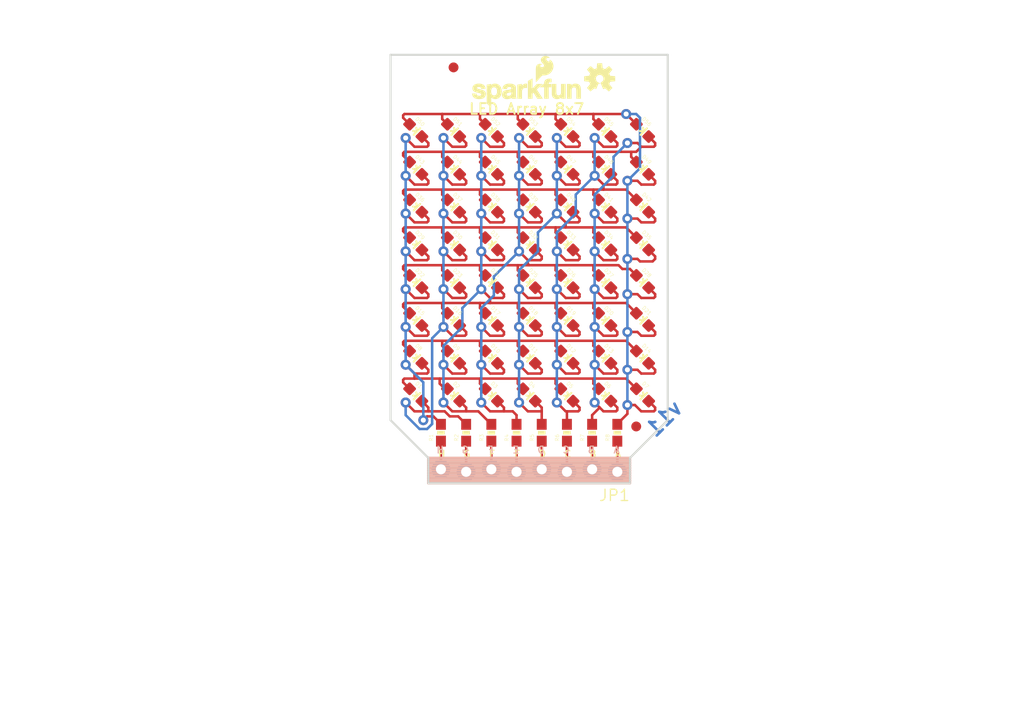
<source format=kicad_pcb>
(kicad_pcb (version 20211014) (generator pcbnew)
  (layers (0 "F.Cu" signal) (1 "In1.Cu" signal) (2 "In2.Cu" signal) (31 "B.Cu" signal) (34 "B.Paste" user) (35 "F.Paste" user) (36 "B.SilkS" user "B.Silkscreen") (37 "F.SilkS" user "F.Silkscreen") (38 "B.Mask" user) (39 "F.Mask" user) (44 "Edge.Cuts" user))
  (net 0 "")
  (net 1 "N$1")
  (net 2 "N$2")
  (net 3 "N$3")
  (net 4 "N$4")
  (net 5 "N$5")
  (net 6 "N$6")
  (net 7 "N$7")
  (net 8 "N$8")
  (net 9 "P2")
  (net 10 "P3")
  (net 11 "P5")
  (net 12 "P1")
  (net 13 "P7")
  (net 14 "P4")
  (net 15 "P6")
  (net 16 "P8")
  (footprint "boardEagle:LED-0603" (layer "F.Cu") (at 156.1211 102.4636 -135)
    (fp_text reference "D34")
    (fp_text value "RED")
  )
  (footprint "boardEagle:LED-0603" (layer "F.Cu") (at 148.5011 113.8936 -135)
    (fp_text reference "D11")
    (fp_text value "RED")
  )
  (footprint "boardEagle:FIDUCIAL-1X2" (layer "F.Cu") (at 159.2961 120.8786)
    (fp_text reference "FID1" hide)
    (fp_text value "FIDUCIAL1X2" hide)
  )
  (footprint "boardEagle:0603-RES" (layer "F.Cu") (at 142.1511 121.5136 90)
    (fp_text reference "R2")
    (fp_text value "82")
  )
  (footprint "boardEagle:LED-0603" (layer "F.Cu") (at 144.6911 102.4636 -135)
    (fp_text reference "D31")
    (fp_text value "RED")
  )
  (footprint "boardEagle:LED-0603" (layer "F.Cu") (at 152.3111 106.2736 -135)
    (fp_text reference "D26")
    (fp_text value "RED")
  )
  (footprint "boardEagle:0603-RES" (layer "F.Cu") (at 149.7711 121.5136 90)
    (fp_text reference "R5")
    (fp_text value "82")
  )
  (footprint "boardEagle:LED-0603" (layer "F.Cu") (at 148.5011 106.2736 -135)
    (fp_text reference "D25")
    (fp_text value "RED")
  )
  (footprint "boardEagle:0603-RES" (layer "F.Cu") (at 157.3911 121.5136 90)
    (fp_text reference "R8")
    (fp_text value "82")
  )
  (footprint "boardEagle:LED-0603" (layer "F.Cu") (at 152.3111 94.8436 -135)
    (fp_text reference "D47")
    (fp_text value "RED")
  )
  (footprint "boardEagle:LED-0603" (layer "F.Cu") (at 144.6911 117.7036 -135)
    (fp_text reference "D3")
    (fp_text value "RED")
  )
  (footprint "boardEagle:LED-0603" (layer "F.Cu") (at 140.8811 102.4636 -135)
    (fp_text reference "D30")
    (fp_text value "RED")
  )
  (footprint "boardEagle:LED-0603" (layer "F.Cu") (at 148.5011 110.0836 -135)
    (fp_text reference "D18")
    (fp_text value "RED")
  )
  (footprint "boardEagle:LED-0603" (layer "F.Cu") (at 156.1211 110.0836 -135)
    (fp_text reference "D20")
    (fp_text value "RED")
  )
  (footprint "boardEagle:LED-0603" (layer "F.Cu") (at 144.6911 91.0336 -135)
    (fp_text reference "D52")
    (fp_text value "RED")
  )
  (footprint "boardEagle:LED-0603" (layer "F.Cu") (at 140.8811 113.8936 -135)
    (fp_text reference "D9")
    (fp_text value "RED")
  )
  (footprint "boardEagle:LED-0603" (layer "F.Cu") (at 137.0711 117.7036 -135)
    (fp_text reference "D1")
    (fp_text value "RED")
  )
  (footprint "boardEagle:LED-0603" (layer "F.Cu") (at 159.9311 117.7036 -135)
    (fp_text reference "D7")
    (fp_text value "RED")
  )
  (footprint "boardEagle:0603-RES" (layer "F.Cu") (at 139.6111 121.5136 90)
    (fp_text reference "R1")
    (fp_text value "82")
  )
  (footprint "boardEagle:LED-0603" (layer "F.Cu") (at 144.6911 113.8936 -135)
    (fp_text reference "D10")
    (fp_text value "RED")
  )
  (footprint "boardEagle:LED-0603" (layer "F.Cu") (at 140.8811 98.6536 -135)
    (fp_text reference "D37")
    (fp_text value "RED")
  )
  (footprint "boardEagle:LED-0603" (layer "F.Cu") (at 148.5011 98.6536 -135)
    (fp_text reference "D39")
    (fp_text value "RED")
  )
  (footprint "boardEagle:LED-0603" (layer "F.Cu") (at 140.8811 117.7036 -135)
    (fp_text reference "D2")
    (fp_text value "RED")
  )
  (footprint "boardEagle:LED-0603" (layer "F.Cu") (at 137.0711 91.0336 -135)
    (fp_text reference "D50")
    (fp_text value "RED")
  )
  (footprint "boardEagle:LED-0603" (layer "F.Cu") (at 159.9311 102.4636 -135)
    (fp_text reference "D35")
    (fp_text value "RED")
  )
  (footprint "boardEagle:LED-0603" (layer "F.Cu") (at 140.8811 110.0836 -135)
    (fp_text reference "D16")
    (fp_text value "RED")
  )
  (footprint "boardEagle:FIDUCIAL-1X2" (layer "F.Cu") (at 140.8811 84.6836)
    (fp_text reference "FID2" hide)
    (fp_text value "FIDUCIAL1X2" hide)
  )
  (footprint "boardEagle:LED-0603" (layer "F.Cu") (at 156.1211 91.0336 -135)
    (fp_text reference "D55")
    (fp_text value "RED")
  )
  (footprint "boardEagle:LED-0603" (layer "F.Cu") (at 137.0711 106.2736 -135)
    (fp_text reference "D22")
    (fp_text value "RED")
  )
  (footprint "boardEagle:LED-0603" (layer "F.Cu") (at 159.9311 110.0836 -135)
    (fp_text reference "D21")
    (fp_text value "RED")
  )
  (footprint "boardEagle:LED-0603" (layer "F.Cu") (at 137.0711 113.8936 -135)
    (fp_text reference "D8")
    (fp_text value "RED")
  )
  (footprint "boardEagle:STAND-OFF" (layer "F.Cu") (at 159.9311 85.9536 90)
    (fp_text reference "STANDOFF1" hide)
    (fp_text value "STAND-OFF" hide)
  )
  (footprint "boardEagle:LED-0603" (layer "F.Cu") (at 159.9311 94.8436 -135)
    (fp_text reference "D49")
    (fp_text value "RED")
  )
  (footprint "boardEagle:LED-0603" (layer "F.Cu") (at 152.3111 102.4636 -135)
    (fp_text reference "D33")
    (fp_text value "RED")
  )
  (footprint "boardEagle:LED-0603" (layer "F.Cu") (at 148.5011 102.4636 -135)
    (fp_text reference "D32")
    (fp_text value "RED")
  )
  (footprint "boardEagle:LED-0603" (layer "F.Cu") (at 140.8811 94.8436 -135)
    (fp_text reference "D44")
    (fp_text value "RED")
  )
  (footprint "boardEagle:LED-0603" (layer "F.Cu") (at 159.9311 106.2736 -135)
    (fp_text reference "D28")
    (fp_text value "RED")
  )
  (footprint "boardEagle:LED-0603" (layer "F.Cu") (at 137.0711 102.4636 -135)
    (fp_text reference "D29")
    (fp_text value "RED")
  )
  (footprint "boardEagle:LED-0603" (layer "F.Cu") (at 156.1211 94.8436 -135)
    (fp_text reference "D48")
    (fp_text value "RED")
  )
  (footprint "boardEagle:LED-0603" (layer "F.Cu") (at 156.1211 113.8936 -135)
    (fp_text reference "D13")
    (fp_text value "RED")
  )
  (footprint "boardEagle:LED-0603" (layer "F.Cu") (at 144.6911 94.8436 -135)
    (fp_text reference "D45")
    (fp_text value "RED")
  )
  (footprint "boardEagle:LED-0603" (layer "F.Cu") (at 137.0711 110.0836 -135)
    (fp_text reference "D15")
    (fp_text value "RED")
  )
  (footprint "boardEagle:STAND-OFF" (layer "F.Cu") (at 137.0711 85.9536 90)
    (fp_text reference "STANDOFF2" hide)
    (fp_text value "STAND-OFF" hide)
  )
  (footprint "boardEagle:OSHW-LOGO-S" (layer "F.Cu") (at 155.6131 85.8266)
    (fp_text reference "LOGO2" hide)
    (fp_text value "OSHW-LOGOS" hide)
  )
  (footprint "boardEagle:LED-0603" (layer "F.Cu") (at 156.1211 98.6536 -135)
    (fp_text reference "D41")
    (fp_text value "RED")
  )
  (footprint "boardEagle:LED-0603" (layer "F.Cu") (at 156.1211 106.2736 -135)
    (fp_text reference "D27")
    (fp_text value "RED")
  )
  (footprint "boardEagle:LED-0603" (layer "F.Cu") (at 140.8811 106.2736 -135)
    (fp_text reference "D23")
    (fp_text value "RED")
  )
  (footprint "boardEagle:0603-RES" (layer "F.Cu") (at 152.3111 121.5136 90)
    (fp_text reference "R6")
    (fp_text value "82")
  )
  (footprint "boardEagle:LED-0603" (layer "F.Cu") (at 152.3111 98.6536 -135)
    (fp_text reference "D40")
    (fp_text value "RED")
  )
  (footprint "boardEagle:1X08_LOCK_NO_SILK" (layer "F.Cu") (at 157.3911 125.3236 180)
    (fp_text reference "JP1")
    (fp_text value "")
  )
  (footprint "boardEagle:LED-0603" (layer "F.Cu") (at 152.3111 117.7036 -135)
    (fp_text reference "D5")
    (fp_text value "RED")
  )
  (footprint "boardEagle:LED-0603" (layer "F.Cu") (at 140.8811 91.0336 -135)
    (fp_text reference "D51")
    (fp_text value "RED")
  )
  (footprint "boardEagle:0603-RES" (layer "F.Cu") (at 154.8511 121.5136 90)
    (fp_text reference "R7")
    (fp_text value "82")
  )
  (footprint "boardEagle:LED-0603" (layer "F.Cu") (at 144.6911 110.0836 -135)
    (fp_text reference "D17")
    (fp_text value "RED")
  )
  (footprint "boardEagle:LED-0603" (layer "F.Cu") (at 137.0711 94.8436 -135)
    (fp_text reference "D43")
    (fp_text value "RED")
  )
  (footprint "boardEagle:LED-0603" (layer "F.Cu") (at 152.3111 110.0836 -135)
    (fp_text reference "D19")
    (fp_text value "RED")
  )
  (footprint "boardEagle:LED-0603" (layer "F.Cu") (at 159.9311 91.0336 -135)
    (fp_text reference "D56")
    (fp_text value "RED")
  )
  (footprint "boardEagle:LED-0603" (layer "F.Cu") (at 144.6911 106.2736 -135)
    (fp_text reference "D24")
    (fp_text value "RED")
  )
  (footprint "boardEagle:LED-0603" (layer "F.Cu") (at 152.3111 91.0336 -135)
    (fp_text reference "D54")
    (fp_text value "RED")
  )
  (footprint "boardEagle:LED-0603" (layer "F.Cu") (at 144.6911 98.6536 -135)
    (fp_text reference "D38")
    (fp_text value "RED")
  )
  (footprint "boardEagle:LED-0603" (layer "F.Cu") (at 159.9311 113.8936 -135)
    (fp_text reference "D14")
    (fp_text value "RED")
  )
  (footprint "boardEagle:0603-RES" (layer "F.Cu") (at 144.6911 121.5136 90)
    (fp_text reference "R3")
    (fp_text value "82")
  )
  (footprint "boardEagle:LED-0603" (layer "F.Cu") (at 156.1211 117.7036 -135)
    (fp_text reference "D6")
    (fp_text value "RED")
  )
  (footprint "boardEagle:SFE_LOGO_NAME_FLAME_.1" (layer "F.Cu") (at 142.3543 88.7476)
    (fp_text reference "U$1" hide)
    (fp_text value "SFE_LOGO_NAME_FLAME.1_INCH" hide)
  )
  (footprint "boardEagle:LED-0603" (layer "F.Cu") (at 152.3111 113.8936 -135)
    (fp_text reference "D12")
    (fp_text value "RED")
  )
  (footprint "boardEagle:LED-0603" (layer "F.Cu") (at 159.9311 98.6536 -135)
    (fp_text reference "D42")
    (fp_text value "RED")
  )
  (footprint "boardEagle:0603-RES" (layer "F.Cu") (at 147.2311 121.5136 90)
    (fp_text reference "R4")
    (fp_text value "82")
  )
  (footprint "boardEagle:LED-0603" (layer "F.Cu") (at 148.5011 94.8436 -135)
    (fp_text reference "D46")
    (fp_text value "RED")
  )
  (footprint "boardEagle:CREATIVE_COMMONS" (layer "F.Cu") (at 115.4811 148.1836)
    (fp_text reference "FRAME1" hide)
    (fp_text value "FRAME-LETTER" hide)
  )
  (footprint "boardEagle:LED-0603" (layer "F.Cu") (at 137.0711 98.6536 -135)
    (fp_text reference "D36")
    (fp_text value "RED")
  )
  (footprint "boardEagle:LED-0603" (layer "F.Cu") (at 148.5011 91.0336 -135)
    (fp_text reference "D53")
    (fp_text value "RED")
  )
  (footprint "boardEagle:LED-0603" (layer "F.Cu") (at 148.5011 117.7036 -135)
    (fp_text reference "D4")
    (fp_text value "RED")
  )
  (gr_line (start 158.6611 125.8316) (end 158.6611 126.0856) (layer "B.SilkS") (width 0.254))
  (gr_line (start 138.3411 125.5776) (end 158.6611 125.5776) (layer "B.SilkS") (width 0.254))
  (gr_line (start 138.3411 125.0696) (end 138.3411 125.3236) (layer "B.SilkS") (width 0.254))
  (gr_line (start 158.6611 124.0536) (end 158.6611 124.5616) (layer "B.SilkS") (width 0.254))
  (gr_line (start 138.3411 124.8156) (end 138.3411 125.0696) (layer "B.SilkS") (width 0.254))
  (gr_line (start 138.3411 126.0856) (end 158.6611 126.0856) (layer "B.SilkS") (width 0.254))
  (gr_line (start 138.3411 124.5616) (end 158.6611 124.5616) (layer "B.SilkS") (width 0.254))
  (gr_line (start 138.3411 125.3236) (end 138.3411 125.5776) (layer "B.SilkS") (width 0.254))
  (gr_line (start 158.6611 125.0696) (end 158.6611 125.3236) (layer "B.SilkS") (width 0.254))
  (gr_line (start 138.3411 125.3236) (end 158.6611 125.3236) (layer "B.SilkS") (width 0.254))
  (gr_line (start 138.3411 124.0536) (end 138.3411 124.5616) (layer "B.SilkS") (width 0.254))
  (gr_line (start 138.3411 124.3076) (end 158.6611 124.3076) (layer "B.SilkS") (width 0.254))
  (gr_line (start 138.3411 126.0856) (end 138.3411 126.3396) (layer "B.SilkS") (width 0.254))
  (gr_line (start 158.6611 126.3396) (end 158.6611 126.5936) (layer "B.SilkS") (width 0.254))
  (gr_line (start 138.3411 126.3396) (end 158.6611 126.3396) (layer "B.SilkS") (width 0.254))
  (gr_line (start 158.6611 124.5616) (end 158.6611 124.8156) (layer "B.SilkS") (width 0.254))
  (gr_line (start 158.6611 125.3236) (end 158.6611 125.5776) (layer "B.SilkS") (width 0.254))
  (gr_line (start 138.3411 126.3396) (end 138.3411 126.5936) (layer "B.SilkS") (width 0.254))
  (gr_line (start 158.6611 125.5776) (end 158.6611 125.8316) (layer "B.SilkS") (width 0.254))
  (gr_line (start 158.6611 124.8156) (end 158.6611 125.0696) (layer "B.SilkS") (width 0.254))
  (gr_line (start 138.3411 125.0696) (end 158.6611 125.0696) (layer "B.SilkS") (width 0.254))
  (gr_line (start 158.6611 126.0856) (end 158.6611 126.3396) (layer "B.SilkS") (width 0.254))
  (gr_line (start 138.3411 125.8316) (end 138.3411 126.0856) (layer "B.SilkS") (width 0.254))
  (gr_line (start 138.3411 124.0536) (end 158.6611 124.0536) (layer "B.SilkS") (width 0.254))
  (gr_line (start 138.3411 124.5616) (end 138.3411 124.8156) (layer "B.SilkS") (width 0.254))
  (gr_line (start 138.3411 125.5776) (end 138.3411 125.8316) (layer "B.SilkS") (width 0.254))
  (gr_line (start 138.3411 125.8316) (end 158.6611 125.8316) (layer "B.SilkS") (width 0.254))
  (gr_line (start 138.3411 124.8156) (end 158.6611 124.8156) (layer "B.SilkS") (width 0.254))
  (gr_line (start 158.6611 126.5936) (end 138.3411 126.5936) (layer "B.SilkS") (width 0.254))
  (gr_line (start 158.6611 126.5936) (end 138.3411 126.5936) (layer "Edge.Cuts") (width 0.2032))
  (gr_line (start 158.6611 124.0536) (end 158.6611 126.5936) (layer "Edge.Cuts") (width 0.2032))
  (gr_line (start 134.5311 120.2436) (end 134.5311 83.4136) (layer "Edge.Cuts") (width 0.2032))
  (gr_line (start 138.3411 126.5936) (end 138.3411 124.0536) (layer "Edge.Cuts") (width 0.2032))
  (gr_line (start 138.3411 124.0536) (end 134.5311 120.2436) (layer "Edge.Cuts") (width 0.2032))
  (gr_line (start 134.5311 83.4136) (end 162.4711 83.4136) (layer "Edge.Cuts") (width 0.2032))
  (gr_line (start 162.4711 83.4136) (end 162.4711 120.2436) (layer "Edge.Cuts") (width 0.2032))
  (gr_line (start 162.4711 120.2436) (end 158.6611 124.0536) (layer "Edge.Cuts") (width 0.2032))
  (gr_text "v11" (at 159.9311 121.0056 -315) (layer "B.Cu") (effects (font (size 1.5113 1.5113) (thickness 0.2667)) (justify right top mirror)))
  (gr_text "C" (at 152.2349 123.6472) (layer "B.SilkS") (effects (font (size 0.69088 0.69088) (thickness 0.12192)) (justify bottom mirror)))
  (gr_text "G" (at 142.0749 123.6472) (layer "B.SilkS") (effects (font (size 0.69088 0.69088) (thickness 0.12192)) (justify bottom mirror)))
  (gr_text "B" (at 154.7749 123.6472) (layer "B.SilkS") (effects (font (size 0.69088 0.69088) (thickness 0.12192)) (justify bottom mirror)))
  (gr_text "A" (at 157.3149 123.6472) (layer "B.SilkS") (effects (font (size 0.69088 0.69088) (thickness 0.12192)) (justify bottom mirror)))
  (gr_text "E" (at 147.1549 123.6472) (layer "B.SilkS") (effects (font (size 0.69088 0.69088) (thickness 0.12192)) (justify bottom mirror)))
  (gr_text "D" (at 149.6949 123.6472) (layer "B.SilkS") (effects (font (size 0.69088 0.69088) (thickness 0.12192)) (justify bottom mirror)))
  (gr_text "H" (at 139.5349 123.6472) (layer "B.SilkS") (effects (font (size 0.69088 0.69088) (thickness 0.12192)) (justify bottom mirror)))
  (gr_text "F" (at 144.6149 123.6472) (layer "B.SilkS") (effects (font (size 0.69088 0.69088) (thickness 0.12192)) (justify bottom mirror)))
  (gr_text "F" (at 144.7673 124.0536) (layer "F.SilkS") (effects (font (size 0.69088 0.69088) (thickness 0.12192)) (justify bottom)))
  (gr_text "G" (at 142.2273 124.0536) (layer "F.SilkS") (effects (font (size 0.69088 0.69088) (thickness 0.12192)) (justify bottom)))
  (gr_text "LED Array 8x7" (at 148.2471 88.8746) (layer "F.SilkS") (effects (font (size 1.0795 1.0795) (thickness 0.1905))))
  (gr_text "D" (at 149.8473 124.0536) (layer "F.SilkS") (effects (font (size 0.69088 0.69088) (thickness 0.12192)) (justify bottom)))
  (gr_text "H" (at 139.6873 124.0536) (layer "F.SilkS") (effects (font (size 0.69088 0.69088) (thickness 0.12192)) (justify bottom)))
  (gr_text "B" (at 154.9273 124.0536) (layer "F.SilkS") (effects (font (size 0.69088 0.69088) (thickness 0.12192)) (justify bottom)))
  (gr_text "C" (at 152.3873 124.0536) (layer "F.SilkS") (effects (font (size 0.69088 0.69088) (thickness 0.12192)) (justify bottom)))
  (gr_text "E" (at 147.3073 124.0536) (layer "F.SilkS") (effects (font (size 0.69088 0.69088) (thickness 0.12192)) (justify bottom)))
  (gr_text "A" (at 157.4673 124.0536) (layer "F.SilkS") (effects (font (size 0.69088 0.69088) (thickness 0.12192)) (justify bottom)))
  (segment (start 149.7711 122.3636) (end 149.7711 125.1966) (width 0.254) (layer "F.Cu") (net 1))
  (segment (start 147.2311 122.3636) (end 147.2311 125.4506) (width 0.254) (layer "F.Cu") (net 2))
  (segment (start 144.6911 122.3636) (end 144.6911 125.1966) (width 0.254) (layer "F.Cu") (net 3))
  (segment (start 142.1511 122.3636) (end 142.1511 125.4506) (width 0.254) (layer "F.Cu") (net 4))
  (segment (start 139.6111 122.3636) (end 139.6111 125.1966) (width 0.254) (layer "F.Cu") (net 5))
  (segment (start 152.3111 122.3636) (end 152.3111 125.4506) (width 0.254) (layer "F.Cu") (net 6))
  (segment (start 154.8511 122.3636) (end 154.8511 125.1966) (width 0.254) (layer "F.Cu") (net 7))
  (segment (start 157.3911 122.3636) (end 157.3911 125.4506) (width 0.254) (layer "F.Cu") (net 8))
  (segment (start 147.3581 112.2426) (end 151.1681 112.2426) (width 0.254) (layer "F.Cu") (net 9))
  (segment (start 140.7541 96.4946) (end 139.8651 95.6056) (width 0.254) (layer "F.Cu") (net 9))
  (segment (start 142.0241 100.3046) (end 140.7541 100.3046) (width 0.254) (layer "F.Cu") (net 9))
  (segment (start 140.7541 100.3046) (end 139.8651 99.4156) (width 0.254) (layer "F.Cu") (net 9))
  (segment (start 151.690965 113.273466) (end 151.1681 112.7506) (width 0.254) (layer "F.Cu") (net 9))
  (segment (start 142.0241 107.9246) (end 140.7541 107.9246) (width 0.254) (layer "F.Cu") (net 9))
  (segment (start 140.7541 104.1146) (end 139.8651 103.2256) (width 0.254) (layer "F.Cu") (net 9))
  (segment (start 138.3411 119.3546) (end 139.9921 119.3546) (width 0.254) (layer "F.Cu") (net 9))
  (segment (start 136.9441 119.3546) (end 138.3411 119.3546) (width 0.254) (layer "F.Cu") (net 9))
  (segment (start 140.260965 113.273466) (end 139.7381 112.7506) (width 0.254) (layer "F.Cu") (net 9))
  (segment (start 154.9781 112.7506) (end 154.9781 112.2426) (width 0.254) (layer "F.Cu") (net 9))
  (segment (start 154.9781 112.2426) (end 158.280096 112.2426) (width 0.254) (layer "F.Cu") (net 9))
  (segment (start 142.0241 96.4946) (end 140.7541 96.4946) (width 0.254) (layer "F.Cu") (net 9))
  (segment (start 140.7541 112.2426) (end 143.5481 112.2426) (width 0.254) (layer "F.Cu") (net 9))
  (segment (start 142.1511 100.1776) (end 142.0241 100.3046) (width 0.254) (layer "F.Cu") (net 9))
  (segment (start 151.1681 112.7506) (end 151.1681 112.2426) (width 0.254) (layer "F.Cu") (net 9))
  (segment (start 135.8011 112.6236) (end 135.8011 112.3696) (width 0.254) (layer "F.Cu") (net 9))
  (segment (start 141.501231 99.273735) (end 141.501234 99.273735) (width 0.254) (layer "F.Cu") (net 9))
  (segment (start 136.450965 113.273469) (end 136.450965 113.273466) (width 0.254) (layer "F.Cu") (net 9))
  (segment (start 140.7541 107.9246) (end 139.8651 107.0356) (width 0.254) (layer "F.Cu") (net 9))
  (segment (start 147.880965 113.273466) (end 147.3581 112.7506) (width 0.254) (layer "F.Cu") (net 9))
  (segment (start 141.3501 119.8626) (end 142.1511 120.6636) (width 0.254) (layer "F.Cu") (net 9))
  (segment (start 139.7381 112.2426) (end 140.7541 112.2426) (width 0.254) (layer "F.Cu") (net 9))
  (segment (start 139.9921 119.3546) (end 140.5001 119.8626) (width 0.254) (layer "F.Cu") (net 9))
  (segment (start 141.501234 106.893735) (end 142.1511 107.5436) (width 0.254) (layer "F.Cu") (net 9))
  (segment (start 137.691234 118.323735) (end 138.3411 118.9736) (width 0.254) (layer "F.Cu") (net 9))
  (segment (start 142.1511 103.7336) (end 142.1511 103.9876) (width 0.254) (layer "F.Cu") (net 9))
  (segment (start 136.9441 119.3546) (end 136.0551 118.4656) (width 0.254) (layer "F.Cu") (net 9))
  (segment (start 139.7381 112.7506) (end 139.7381 112.2426) (width 0.254) (layer "F.Cu") (net 9))
  (segment (start 142.1511 96.1136) (end 142.1511 96.3676) (width 0.254) (layer "F.Cu") (net 9))
  (segment (start 142.1511 111.3536) (end 142.1511 111.6076) (width 0.254) (layer "F.Cu") (net 9))
  (segment (start 140.7541 92.6846) (end 139.8651 91.7956) (width 0.254) (layer "F.Cu") (net 9))
  (segment (start 135.8011 112.3696) (end 135.9281 112.2426) (width 0.254) (layer "F.Cu") (net 9))
  (segment (start 142.1511 103.9876) (end 142.0241 104.1146) (width 0.254) (layer "F.Cu") (net 9))
  (segment (start 142.0241 92.6846) (end 140.7541 92.6846) (width 0.254) (layer "F.Cu") (net 9))
  (segment (start 151.690965 113.273469) (end 151.690965 113.273466) (width 0.254) (layer "F.Cu") (net 9))
  (segment (start 142.1511 107.5436) (end 142.1511 107.7976) (width 0.254) (layer "F.Cu") (net 9))
  (segment (start 142.1511 96.3676) (end 142.0241 96.4946) (width 0.254) (layer "F.Cu") (net 9))
  (segment (start 155.500965 113.273469) (end 155.500965 113.273466) (width 0.254) (layer "F.Cu") (net 9))
  (segment (start 147.880965 113.273469) (end 147.880965 113.273466) (width 0.254) (layer "F.Cu") (net 9))
  (segment (start 140.5001 119.8626) (end 141.3501 119.8626) (width 0.254) (layer "F.Cu") (net 9))
  (segment (start 142.1511 107.7976) (end 142.0241 107.9246) (width 0.254) (layer "F.Cu") (net 9))
  (segment (start 141.501234 95.463735) (end 142.1511 96.1136) (width 0.254) (layer "F.Cu") (net 9))
  (segment (start 140.7541 111.7346) (end 140.7541 112.2426) (width 0.254) (layer "F.Cu") (net 9))
  (segment (start 142.0241 104.1146) (end 140.7541 104.1146) (width 0.254) (layer "F.Cu") (net 9))
  (segment (start 142.0241 111.7346) (end 140.7541 111.7346) (width 0.254) (layer "F.Cu") (net 9))
  (segment (start 135.9281 112.2426) (end 139.7381 112.2426) (width 0.254) (layer "F.Cu") (net 9))
  (segment (start 141.501231 103.083735) (end 141.501234 103.083735) (width 0.254) (layer "F.Cu") (net 9))
  (segment (start 138.3411 118.9736) (end 138.3411 119.3546) (width 0.254) (layer "F.Cu") (net 9))
  (segment (start 141.501234 103.083735) (end 142.1511 103.7336) (width 0.254) (layer "F.Cu") (net 9))
  (segment (start 143.5481 112.2426) (end 147.3581 112.2426) (width 0.254) (layer "F.Cu") (net 9))
  (segment (start 141.501231 91.653735) (end 141.501234 91.653735) (width 0.254) (layer "F.Cu") (net 9))
  (segment (start 141.501234 91.653735) (end 142.1511 92.3036) (width 0.254) (layer "F.Cu") (net 9))
  (segment (start 158.280096 112.2426) (end 159.310965 113.273469) (width 0.254) (layer "F.Cu") (net 9))
  (segment (start 142.1511 111.6076) (end 142.0241 111.7346) (width 0.254) (layer "F.Cu") (net 9))
  (segment (start 141.501231 110.703735) (end 141.501234 110.703735) (width 0.254) (layer "F.Cu") (net 9))
  (segment (start 143.5481 112.7506) (end 143.5481 112.2426) (width 0.254) (layer "F.Cu") (net 9))
  (segment (start 155.500965 113.273466) (end 154.9781 112.7506) (width 0.254) (layer "F.Cu") (net 9))
  (segment (start 142.1511 92.5576) (end 142.0241 92.6846) (width 0.254) (layer "F.Cu") (net 9))
  (segment (start 140.260965 113.273469) (end 140.260965 113.273466) (width 0.254) (layer "F.Cu") (net 9))
  (segment (start 144.070965 113.273469) (end 144.070965 113.273466) (width 0.254) (layer "F.Cu") (net 9))
  (segment (start 141.501234 110.703735) (end 142.1511 111.3536) (width 0.254) (layer "F.Cu") (net 9))
  (segment (start 141.501231 106.893735) (end 141.501234 106.893735) (width 0.254) (layer "F.Cu") (net 9))
  (segment (start 144.070965 113.273466) (end 143.5481 112.7506) (width 0.254) (layer "F.Cu") (net 9))
  (segment (start 136.450965 113.273466) (end 135.8011 112.6236) (width 0.254) (layer "F.Cu") (net 9))
  (segment (start 142.1511 92.3036) (end 142.1511 92.5576) (width 0.254) (layer "F.Cu") (net 9))
  (segment (start 137.691231 118.323735) (end 137.691234 118.323735) (width 0.254) (layer "F.Cu") (net 9))
  (segment (start 140.7541 111.7346) (end 139.8651 110.8456) (width 0.254) (layer "F.Cu") (net 9))
  (segment (start 141.501231 95.463735) (end 141.501234 95.463735) (width 0.254) (layer "F.Cu") (net 9))
  (segment (start 147.3581 112.7506) (end 147.3581 112.2426) (width 0.254) (layer "F.Cu") (net 9))
  (segment (start 141.501234 99.273735) (end 142.1511 99.9236) (width 0.254) (layer "F.Cu") (net 9))
  (segment (start 142.1511 99.9236) (end 142.1511 100.1776) (width 0.254) (layer "F.Cu") (net 9))
  (segment (start 151.1681 112.2426) (end 154.9781 112.2426) (width 0.254) (layer "F.Cu") (net 9))
  (via (at 136.0551 118.4656) (size 1.016) (drill 0.508) (layers "F.Cu" "B.Cu") (net 9))
  (via (at 139.8651 91.7956) (size 1.016) (drill 0.508) (layers "F.Cu" "B.Cu") (net 9))
  (via (at 139.8651 107.0356) (size 1.016) (drill 0.508) (layers "F.Cu" "B.Cu") (net 9))
  (via (at 139.8651 99.4156) (size 1.016) (drill 0.508) (layers "F.Cu" "B.Cu") (net 9))
  (via (at 139.8651 103.2256) (size 1.016) (drill 0.508) (layers "F.Cu" "B.Cu") (net 9))
  (via (at 139.8651 95.6056) (size 1.016) (drill 0.508) (layers "F.Cu" "B.Cu") (net 9))
  (via (at 139.8651 110.8456) (size 1.016) (drill 0.508) (layers "F.Cu" "B.Cu") (net 9))
  (segment (start 139.8651 95.6056) (end 139.8651 99.4156) (width 0.254) (layer "B.Cu") (net 9))
  (segment (start 138.7221 111.9886) (end 139.8651 110.8456) (width 0.254) (layer "B.Cu") (net 9))
  (segment (start 139.8651 99.4156) (end 139.8651 103.2256) (width 0.254) (layer "B.Cu") (net 9))
  (segment (start 136.0551 118.4656) (end 136.0551 119.7356) (width 0.254) (layer "B.Cu") (net 9))
  (segment (start 138.7221 120.6246) (end 138.7221 111.9886) (width 0.254) (layer "B.Cu") (net 9))
  (segment (start 136.0551 119.7356) (end 137.4521 121.1326) (width 0.254) (layer "B.Cu") (net 9))
  (segment (start 139.8651 91.7956) (end 139.8651 95.6056) (width 0.254) (layer "B.Cu") (net 9))
  (segment (start 137.4521 121.1326) (end 138.2141 121.1326) (width 0.254) (layer "B.Cu") (net 9))
  (segment (start 139.8651 107.0356) (end 139.8651 110.8456) (width 0.254) (layer "B.Cu") (net 9))
  (segment (start 138.2141 121.1326) (end 138.7221 120.6246) (width 0.254) (layer "B.Cu") (net 9))
  (segment (start 139.8651 103.2256) (end 139.8651 107.0356) (width 0.254) (layer "B.Cu") (net 9))
  (segment (start 145.9611 103.9876) (end 145.8341 104.1146) (width 0.254) (layer "F.Cu") (net 10))
  (segment (start 135.8011 108.5596) (end 135.9281 108.4326) (width 0.254) (layer "F.Cu") (net 10))
  (segment (start 143.5481 108.4326) (end 144.5641 108.4326) (width 0.254) (layer "F.Cu") (net 10))
  (segment (start 140.7541 115.5446) (end 139.8651 114.6556) (width 0.254) (layer "F.Cu") (net 10))
  (segment (start 145.9611 103.7336) (end 145.9611 103.9876) (width 0.254) (layer "F.Cu") (net 10))
  (segment (start 140.7541 119.3546) (end 139.8651 118.4656) (width 0.254) (layer "F.Cu") (net 10))
  (segment (start 135.9281 108.4326) (end 139.7381 108.4326) (width 0.254) (layer "F.Cu") (net 10))
  (segment (start 140.260965 109.463466) (end 139.7381 108.9406) (width 0.254) (layer "F.Cu") (net 10))
  (segment (start 136.450965 109.463469) (end 136.450965 109.463466) (width 0.254) (layer "F.Cu") (net 10))
  (segment (start 145.8341 92.6846) (end 144.5641 92.6846) (width 0.254) (layer "F.Cu") (net 10))
  (segment (start 145.9611 92.3036) (end 145.9611 92.5576) (width 0.254) (layer "F.Cu") (net 10))
  (segment (start 141.501231 114.513735) (end 141.501234 114.513735) (width 0.254) (layer "F.Cu") (net 10))
  (segment (start 145.8341 96.4946) (end 144.5641 96.4946) (width 0.254) (layer "F.Cu") (net 10))
  (segment (start 141.501231 118.323735) (end 141.501234 118.323735) (width 0.254) (layer "F.Cu") (net 10))
  (segment (start 145.9611 92.5576) (end 145.8341 92.6846) (width 0.254) (layer "F.Cu") (net 10))
  (segment (start 142.1511 115.4176) (end 142.0241 115.5446) (width 0.254) (layer "F.Cu") (net 10))
  (segment (start 136.450965 109.463466) (end 135.8011 108.8136) (width 0.254) (layer "F.Cu") (net 10))
  (segment (start 141.501234 118.323735) (end 142.1511 118.9736) (width 0.254) (layer "F.Cu") (net 10))
  (segment (start 142.1511 118.9736) (end 142.1511 119.3546) (width 0.254) (layer "F.Cu") (net 10))
  (segment (start 145.311234 106.893735) (end 145.9611 107.5436) (width 0.254) (layer "F.Cu") (net 10))
  (segment (start 145.9611 99.9236) (end 145.9611 100.1776) (width 0.254) (layer "F.Cu") (net 10))
  (segment (start 145.8341 100.3046) (end 144.5641 100.3046) (width 0.254) (layer "F.Cu") (net 10))
  (segment (start 144.070965 109.463466) (end 143.5481 108.9406) (width 0.254) (layer "F.Cu") (net 10))
  (segment (start 143.3821 119.3546) (end 142.1511 119.3546) (width 0.254) (layer "F.Cu") (net 10))
  (segment (start 145.8341 107.9246) (end 144.5641 107.9246) (width 0.254) (layer "F.Cu") (net 10))
  (segment (start 155.500965 109.463466) (end 154.9781 108.9406) (width 0.254) (layer "F.Cu") (net 10))
  (segment (start 142.0241 115.5446) (end 140.7541 115.5446) (width 0.254) (layer "F.Cu") (net 10))
  (segment (start 144.5641 104.1146) (end 143.6751 103.2256) (width 0.254) (layer "F.Cu") (net 10))
  (segment (start 144.5641 107.9246) (end 143.6751 107.0356) (width 0.254) (layer "F.Cu") (net 10))
  (segment (start 145.311231 103.083735) (end 145.311234 103.083735) (width 0.254) (layer "F.Cu") (net 10))
  (segment (start 145.9611 107.5436) (end 145.9611 107.7976) (width 0.254) (layer "F.Cu") (net 10))
  (segment (start 151.690965 109.463469) (end 151.690965 109.463466) (width 0.254) (layer "F.Cu") (net 10))
  (segment (start 147.3581 108.4326) (end 151.1681 108.4326) (width 0.254) (layer "F.Cu") (net 10))
  (segment (start 154.9781 108.4326) (end 158.280096 108.4326) (width 0.254) (layer "F.Cu") (net 10))
  (segment (start 151.1681 108.9406) (end 151.1681 108.4326) (width 0.254) (layer "F.Cu") (net 10))
  (segment (start 145.311234 91.653735) (end 145.9611 92.3036) (width 0.254) (layer "F.Cu") (net 10))
  (segment (start 139.7381 108.4326) (end 143.5481 108.4326) (width 0.254) (layer "F.Cu") (net 10))
  (segment (start 145.311234 99.273735) (end 145.9611 99.9236) (width 0.254) (layer "F.Cu") (net 10))
  (segment (start 144.5641 100.3046) (end 143.6751 99.4156) (width 0.254) (layer "F.Cu") (net 10))
  (segment (start 145.311234 95.463735) (end 145.9611 96.1136) (width 0.254) (layer "F.Cu") (net 10))
  (segment (start 145.311231 106.893735) (end 145.311234 106.893735) (width 0.254) (layer "F.Cu") (net 10))
  (segment (start 145.9611 100.1776) (end 145.8341 100.3046) (width 0.254) (layer "F.Cu") (net 10))
  (segment (start 135.8011 108.8136) (end 135.8011 108.5596) (width 0.254) (layer "F.Cu") (net 10))
  (segment (start 144.5641 108.4326) (end 147.3581 108.4326) (width 0.254) (layer "F.Cu") (net 10))
  (segment (start 147.880965 109.463466) (end 147.3581 108.9406) (width 0.254) (layer "F.Cu") (net 10))
  (segment (start 145.9611 96.3676) (end 145.8341 96.4946) (width 0.254) (layer "F.Cu") (net 10))
  (segment (start 144.5641 96.4946) (end 143.6751 95.6056) (width 0.254) (layer "F.Cu") (net 10))
  (segment (start 143.3821 119.3546) (end 144.6911 120.6636) (width 0.254) (layer "F.Cu") (net 10))
  (segment (start 151.1681 108.4326) (end 154.9781 108.4326) (width 0.254) (layer "F.Cu") (net 10))
  (segment (start 144.070965 109.463469) (end 144.070965 109.463466) (width 0.254) (layer "F.Cu") (net 10))
  (segment (start 139.7381 108.9406) (end 139.7381 108.4326) (width 0.254) (layer "F.Cu") (net 10))
  (segment (start 144.5641 107.9246) (end 144.5641 108.4326) (width 0.254) (layer "F.Cu") (net 10))
  (segment (start 158.280096 108.4326) (end 159.310965 109.463469) (width 0.254) (layer "F.Cu") (net 10))
  (segment (start 145.311234 103.083735) (end 145.9611 103.7336) (width 0.254) (layer "F.Cu") (net 10))
  (segment (start 144.5641 92.6846) (end 143.6751 91.7956) (width 0.254) (layer "F.Cu") (net 10))
  (segment (start 154.9781 108.9406) (end 154.9781 108.4326) (width 0.254) (layer "F.Cu") (net 10))
  (segment (start 145.311231 95.463735) (end 145.311234 95.463735) (width 0.254) (layer "F.Cu") (net 10))
  (segment (start 145.311231 91.653735) (end 145.311234 91.653735) (width 0.254) (layer "F.Cu") (net 10))
  (segment (start 145.311231 99.273735) (end 145.311234 99.273735) (width 0.254) (layer "F.Cu") (net 10))
  (segment (start 145.9611 107.7976) (end 145.8341 107.9246) (width 0.254) (layer "F.Cu") (net 10))
  (segment (start 142.1511 119.3546) (end 140.7541 119.3546) (width 0.254) (layer "F.Cu") (net 10))
  (segment (start 142.1511 115.1636) (end 142.1511 115.4176) (width 0.254) (layer "F.Cu") (net 10))
  (segment (start 140.260965 109.463469) (end 140.260965 109.463466) (width 0.254) (layer "F.Cu") (net 10))
  (segment (start 145.9611 96.1136) (end 145.9611 96.3676) (width 0.254) (layer "F.Cu") (net 10))
  (segment (start 145.8341 104.1146) (end 144.5641 104.1146) (width 0.254) (layer "F.Cu") (net 10))
  (segment (start 155.500965 109.463469) (end 155.500965 109.463466) (width 0.254) (layer "F.Cu") (net 10))
  (segment (start 147.880965 109.463469) (end 147.880965 109.463466) (width 0.254) (layer "F.Cu") (net 10))
  (segment (start 151.690965 109.463466) (end 151.1681 108.9406) (width 0.254) (layer "F.Cu") (net 10))
  (segment (start 143.5481 108.9406) (end 143.5481 108.4326) (width 0.254) (layer "F.Cu") (net 10))
  (segment (start 141.501234 114.513735) (end 142.1511 115.1636) (width 0.254) (layer "F.Cu") (net 10))
  (segment (start 147.3581 108.9406) (end 147.3581 108.4326) (width 0.254) (layer "F.Cu") (net 10))
  (via (at 139.8651 114.6556) (size 1.016) (drill 0.508) (layers "F.Cu" "B.Cu") (net 10))
  (via (at 143.6751 91.7956) (size 1.016) (drill 0.508) (layers "F.Cu" "B.Cu") (net 10))
  (via (at 143.6751 103.2256) (size 1.016) (drill 0.508) (layers "F.Cu" "B.Cu") (net 10))
  (via (at 139.8651 118.4656) (size 1.016) (drill 0.508) (layers "F.Cu" "B.Cu") (net 10))
  (via (at 143.6751 99.4156) (size 1.016) (drill 0.508) (layers "F.Cu" "B.Cu") (net 10))
  (via (at 143.6751 95.6056) (size 1.016) (drill 0.508) (layers "F.Cu" "B.Cu") (net 10))
  (via (at 143.6751 107.0356) (size 1.016) (drill 0.508) (layers "F.Cu" "B.Cu") (net 10))
  (segment (start 139.8651 114.6556) (end 139.8651 112.7506) (width 0.254) (layer "B.Cu") (net 10))
  (segment (start 141.7701 108.9406) (end 143.6751 107.0356) (width 0.254) (layer "B.Cu") (net 10))
  (segment (start 139.8651 112.7506) (end 141.7701 110.8456) (width 0.254) (layer "B.Cu") (net 10))
  (segment (start 139.8651 118.4656) (end 139.8651 114.6556) (width 0.254) (layer "B.Cu") (net 10))
  (segment (start 143.6751 99.4156) (end 143.6751 103.2256) (width 0.254) (layer "B.Cu") (net 10))
  (segment (start 143.6751 107.0356) (end 143.6751 103.2256) (width 0.254) (layer "B.Cu") (net 10))
  (segment (start 143.6751 91.7956) (end 143.6751 95.6056) (width 0.254) (layer "B.Cu") (net 10))
  (segment (start 143.6751 95.6056) (end 143.6751 99.4156) (width 0.254) (layer "B.Cu") (net 10))
  (segment (start 141.7701 110.8456) (end 141.7701 108.9406) (width 0.254) (layer "B.Cu") (net 10))
  (segment (start 149.121231 110.703735) (end 149.121234 110.703735) (width 0.254) (layer "F.Cu") (net 11))
  (segment (start 144.070965 101.843469) (end 144.070965 101.843466) (width 0.254) (layer "F.Cu") (net 11))
  (segment (start 153.5811 92.3036) (end 153.5811 92.5576) (width 0.254) (layer "F.Cu") (net 11))
  (segment (start 149.121231 114.513735) (end 149.121234 114.513735) (width 0.254) (layer "F.Cu") (net 11))
  (segment (start 149.7711 119.3546) (end 149.7711 118.9736) (width 0.254) (layer "F.Cu") (net 11))
  (segment (start 148.3741 115.5446) (end 147.4851 114.6556) (width 0.254) (layer "F.Cu") (net 11))
  (segment (start 149.121234 110.703735) (end 149.7711 111.3536) (width 0.254) (layer "F.Cu") (net 11))
  (segment (start 147.880965 101.843466) (end 147.3581 101.3206) (width 0.254) (layer "F.Cu") (net 11))
  (segment (start 154.9781 101.3206) (end 154.9781 100.8126) (width 0.254) (layer "F.Cu") (net 11))
  (segment (start 148.3741 119.3546) (end 147.4851 118.4656) (width 0.254) (layer "F.Cu") (net 11))
  (segment (start 151.1681 101.3206) (end 151.1681 100.8126) (width 0.254) (layer "F.Cu") (net 11))
  (segment (start 140.260965 101.843469) (end 140.260965 101.843466) (width 0.254) (layer "F.Cu") (net 11))
  (segment (start 149.6441 107.9246) (end 148.3741 107.9246) (width 0.254) (layer "F.Cu") (net 11))
  (segment (start 147.3581 100.8126) (end 151.1681 100.8126) (width 0.254) (layer "F.Cu") (net 11))
  (segment (start 151.690965 101.843469) (end 151.690965 101.843466) (width 0.254) (layer "F.Cu") (net 11))
  (segment (start 155.500965 101.843469) (end 155.500965 101.843466) (width 0.254) (layer "F.Cu") (net 11))
  (segment (start 149.7711 120.6636) (end 149.7711 119.3546) (width 0.254) (layer "F.Cu") (net 11))
  (segment (start 152.931231 99.273735) (end 152.931234 99.273735) (width 0.254) (layer "F.Cu") (net 11))
  (segment (start 149.121234 114.513735) (end 149.7711 115.1636) (width 0.254) (layer "F.Cu") (net 11))
  (segment (start 136.450965 101.843469) (end 136.450965 101.843466) (width 0.254) (layer "F.Cu") (net 11))
  (segment (start 135.8011 100.9396) (end 135.9281 100.8126) (width 0.254) (layer "F.Cu") (net 11))
  (segment (start 153.4541 100.3046) (end 152.1841 100.3046) (width 0.254) (layer "F.Cu") (net 11))
  (segment (start 152.931234 91.653735) (end 153.5811 92.3036) (width 0.254) (layer "F.Cu") (net 11))
  (segment (start 152.1841 96.4946) (end 151.2951 95.6056) (width 0.254) (layer "F.Cu") (net 11))
  (segment (start 153.4541 96.4946) (end 152.1841 96.4946) (width 0.254) (layer "F.Cu") (net 11))
  (segment (start 144.070965 101.843466) (end 143.5481 101.3206) (width 0.254) (layer "F.Cu") (net 11))
  (segment (start 147.3581 101.3206) (end 147.3581 100.8126) (width 0.254) (layer "F.Cu") (net 11))
  (segment (start 148.3741 119.3546) (end 149.7711 119.3546) (width 0.254) (layer "F.Cu") (net 11))
  (segment (start 154.9781 100.8126) (end 158.280096 100.8126) (width 0.254) (layer "F.Cu") (net 11))
  (segment (start 152.1841 92.6846) (end 151.2951 91.7956) (width 0.254) (layer "F.Cu") (net 11))
  (segment (start 143.5481 100.8126) (end 147.3581 100.8126) (width 0.254) (layer "F.Cu") (net 11))
  (segment (start 152.931231 95.463735) (end 152.931234 95.463735) (width 0.254) (layer "F.Cu") (net 11))
  (segment (start 152.1841 100.3046) (end 151.2951 99.4156) (width 0.254) (layer "F.Cu") (net 11))
  (segment (start 139.7381 101.3206) (end 139.7381 100.8126) (width 0.254) (layer "F.Cu") (net 11))
  (segment (start 140.260965 101.843466) (end 139.7381 101.3206) (width 0.254) (layer "F.Cu") (net 11))
  (segment (start 149.7711 111.3536) (end 149.7711 111.6076) (width 0.254) (layer "F.Cu") (net 11))
  (segment (start 149.121231 118.323735) (end 149.121234 118.323735) (width 0.254) (layer "F.Cu") (net 11))
  (segment (start 149.6441 111.7346) (end 148.3741 111.7346) (width 0.254) (layer "F.Cu") (net 11))
  (segment (start 149.7711 107.5436) (end 149.7711 107.7976) (width 0.254) (layer "F.Cu") (net 11))
  (segment (start 155.500965 101.843466) (end 154.9781 101.3206) (width 0.254) (layer "F.Cu") (net 11))
  (segment (start 152.931231 91.653735) (end 152.931234 91.653735) (width 0.254) (layer "F.Cu") (net 11))
  (segment (start 149.121234 118.323735) (end 149.7711 118.9736) (width 0.254) (layer "F.Cu") (net 11))
  (segment (start 136.450965 101.843466) (end 135.8011 101.1936) (width 0.254) (layer "F.Cu") (net 11))
  (segment (start 152.931234 99.273735) (end 153.5811 99.9236) (width 0.254) (layer "F.Cu") (net 11))
  (segment (start 149.121234 106.893735) (end 149.7711 107.5436) (width 0.254) (layer "F.Cu") (net 11))
  (segment (start 153.5811 99.9236) (end 153.5811 100.1776) (width 0.254) (layer "F.Cu") (net 11))
  (segment (start 149.7711 115.1636) (end 149.7711 115.4176) (width 0.254) (layer "F.Cu") (net 11))
  (segment (start 151.1681 100.8126) (end 152.1841 100.8126) (width 0.254) (layer "F.Cu") (net 11))
  (segment (start 148.3741 107.9246) (end 147.4851 107.0356) (width 0.254) (layer "F.Cu") (net 11))
  (segment (start 158.280096 100.8126) (end 159.310965 101.843469) (width 0.254) (layer "F.Cu") (net 11))
  (segment (start 152.1841 100.3046) (end 152.1841 100.8126) (width 0.254) (layer "F.Cu") (net 11))
  (segment (start 135.8011 101.1936) (end 135.8011 100.9396) (width 0.254) (layer "F.Cu") (net 11))
  (segment (start 149.121231 106.893735) (end 149.121234 106.893735) (width 0.254) (layer "F.Cu") (net 11))
  (segment (start 143.5481 101.3206) (end 143.5481 100.8126) (width 0.254) (layer "F.Cu") (net 11))
  (segment (start 152.1841 100.8126) (end 154.9781 100.8126) (width 0.254) (layer "F.Cu") (net 11))
  (segment (start 139.7381 100.8126) (end 143.5481 100.8126) (width 0.254) (layer "F.Cu") (net 11))
  (segment (start 149.7711 115.4176) (end 149.6441 115.5446) (width 0.254) (layer "F.Cu") (net 11))
  (segment (start 149.6441 115.5446) (end 148.3741 115.5446) (width 0.254) (layer "F.Cu") (net 11))
  (segment (start 149.7711 111.6076) (end 149.6441 111.7346) (width 0.254) (layer "F.Cu") (net 11))
  (segment (start 149.7711 107.7976) (end 149.6441 107.9246) (width 0.254) (layer "F.Cu") (net 11))
  (segment (start 152.931234 95.463735) (end 153.5811 96.1136) (width 0.254) (layer "F.Cu") (net 11))
  (segment (start 153.5811 92.5576) (end 153.4541 92.6846) (width 0.254) (layer "F.Cu") (net 11))
  (segment (start 153.5811 100.1776) (end 153.4541 100.3046) (width 0.254) (layer "F.Cu") (net 11))
  (segment (start 147.880965 101.843469) (end 147.880965 101.843466) (width 0.254) (layer "F.Cu") (net 11))
  (segment (start 135.9281 100.8126) (end 139.7381 100.8126) (width 0.254) (layer "F.Cu") (net 11))
  (segment (start 153.4541 92.6846) (end 152.1841 92.6846) (width 0.254) (layer "F.Cu") (net 11))
  (segment (start 153.5811 96.3676) (end 153.4541 96.4946) (width 0.254) (layer "F.Cu") (net 11))
  (segment (start 148.3741 111.7346) (end 147.4851 110.8456) (width 0.254) (layer "F.Cu") (net 11))
  (segment (start 153.5811 96.1136) (end 153.5811 96.3676) (width 0.254) (layer "F.Cu") (net 11))
  (segment (start 151.690965 101.843466) (end 151.1681 101.3206) (width 0.254) (layer "F.Cu") (net 11))
  (via (at 147.4851 110.8456) (size 1.016) (drill 0.508) (layers "F.Cu" "B.Cu") (net 11))
  (via (at 151.2951 95.6056) (size 1.016) (drill 0.508) (layers "F.Cu" "B.Cu") (net 11))
  (via (at 147.4851 107.0356) (size 1.016) (drill 0.508) (layers "F.Cu" "B.Cu") (net 11))
  (via (at 147.4851 114.6556) (size 1.016) (drill 0.508) (layers "F.Cu" "B.Cu") (net 11))
  (via (at 147.4851 118.4656) (size 1.016) (drill 0.508) (layers "F.Cu" "B.Cu") (net 11))
  (via (at 151.2951 91.7956) (size 1.016) (drill 0.508) (layers "F.Cu" "B.Cu") (net 11))
  (via (at 151.2951 99.4156) (size 1.016) (drill 0.508) (layers "F.Cu" "B.Cu") (net 11))
  (segment (start 147.4851 110.8456) (end 147.4851 114.6556) (width 0.254) (layer "B.Cu") (net 11))
  (segment (start 151.2951 91.7956) (end 151.2951 95.6056) (width 0.254) (layer "B.Cu") (net 11))
  (segment (start 149.3901 101.3206) (end 149.3901 103.2256) (width 0.254) (layer "B.Cu") (net 11))
  (segment (start 151.2951 95.6056) (end 151.2951 99.4156) (width 0.254) (layer "B.Cu") (net 11))
  (segment (start 149.3901 103.2256) (end 147.4851 105.1306) (width 0.254) (layer "B.Cu") (net 11))
  (segment (start 149.3901 101.3206) (end 151.2951 99.4156) (width 0.254) (layer "B.Cu") (net 11))
  (segment (start 147.4851 107.0356) (end 147.4851 110.8456) (width 0.254) (layer "B.Cu") (net 11))
  (segment (start 147.4851 105.1306) (end 147.4851 107.0356) (width 0.254) (layer "B.Cu") (net 11))
  (segment (start 147.4851 118.4656) (end 147.4851 114.6556) (width 0.254) (layer "B.Cu") (net 11))
  (segment (start 137.691234 99.273735) (end 138.3411 99.9236) (width 0.254) (layer "F.Cu") (net 12))
  (segment (start 138.2141 111.7346) (end 136.9441 111.7346) (width 0.254) (layer "F.Cu") (net 12))
  (segment (start 138.2141 119.8626) (end 137.8331 120.2436) (width 0.254) (layer "F.Cu") (net 12))
  (segment (start 135.8011 116.1796) (end 135.9281 116.0526) (width 0.254) (layer "F.Cu") (net 12))
  (segment (start 147.880965 117.083469) (end 147.880965 117.083466) (width 0.254) (layer "F.Cu") (net 12))
  (segment (start 143.5481 116.5606) (end 143.5481 116.0526) (width 0.254) (layer "F.Cu") (net 12))
  (segment (start 138.3411 92.5576) (end 138.2141 92.6846) (width 0.254) (layer "F.Cu") (net 12))
  (segment (start 140.006968 117.083469) (end 139.4841 116.5606) (width 0.254) (layer "F.Cu") (net 12))
  (segment (start 139.4841 116.0526) (end 143.5481 116.0526) (width 0.254) (layer "F.Cu") (net 12))
  (segment (start 138.2141 107.9246) (end 136.9441 107.9246) (width 0.254) (layer "F.Cu") (net 12))
  (segment (start 137.691234 103.083735) (end 138.3411 103.7336) (width 0.254) (layer "F.Cu") (net 12))
  (segment (start 135.8011 116.4336) (end 135.8011 116.1796) (width 0.254) (layer "F.Cu") (net 12))
  (segment (start 138.3411 103.7336) (end 138.3411 103.9876) (width 0.254) (layer "F.Cu") (net 12))
  (segment (start 143.5481 116.0526) (end 147.3581 116.0526) (width 0.254) (layer "F.Cu") (net 12))
  (segment (start 138.2141 96.4946) (end 136.9441 96.4946) (width 0.254) (layer "F.Cu") (net 12))
  (segment (start 136.0551 114.6556) (end 136.9441 115.5446) (width 0.254) (layer "F.Cu") (net 12))
  (segment (start 144.070965 117.083469) (end 144.070965 117.083466) (width 0.254) (layer "F.Cu") (net 12))
  (segment (start 136.9441 111.7346) (end 136.0551 110.8456) (width 0.254) (layer "F.Cu") (net 12))
  (segment (start 138.3411 115.4176) (end 138.2141 115.5446) (width 0.254) (layer "F.Cu") (net 12))
  (segment (start 158.280096 116.0526) (end 159.310965 117.083469) (width 0.254) (layer "F.Cu") (net 12))
  (segment (start 138.3411 96.1136) (end 138.3411 96.3676) (width 0.254) (layer "F.Cu") (net 12))
  (segment (start 136.9441 96.4946) (end 136.0551 95.6056) (width 0.254) (layer "F.Cu") (net 12))
  (segment (start 137.691231 110.703735) (end 137.691234 110.703735) (width 0.254) (layer "F.Cu") (net 12))
  (segment (start 136.9441 104.1146) (end 136.0551 103.2256) (width 0.254) (layer "F.Cu") (net 12))
  (segment (start 137.691231 114.513735) (end 137.691234 114.513735) (width 0.254) (layer "F.Cu") (net 12))
  (segment (start 138.3411 111.3536) (end 138.3411 111.6076) (width 0.254) (layer "F.Cu") (net 12))
  (segment (start 138.3411 100.1776) (end 138.2141 100.3046) (width 0.254) (layer "F.Cu") (net 12))
  (segment (start 155.500965 117.083469) (end 155.500965 117.083466) (width 0.254) (layer "F.Cu") (net 12))
  (segment (start 140.260965 117.083469) (end 140.006968 117.083469) (width 0.254) (layer "F.Cu") (net 12))
  (segment (start 138.8491 119.8626) (end 138.2141 119.8626) (width 0.254) (layer "F.Cu") (net 12))
  (segment (start 136.9441 116.0526) (end 139.4841 116.0526) (width 0.254) (layer "F.Cu") (net 12))
  (segment (start 138.2141 92.6846) (end 136.9441 92.6846) (width 0.254) (layer "F.Cu") (net 12))
  (segment (start 138.3411 107.5436) (end 138.3411 107.7976) (width 0.254) (layer "F.Cu") (net 12))
  (segment (start 151.1681 116.5606) (end 151.1681 116.0526) (width 0.254) (layer "F.Cu") (net 12))
  (segment (start 147.3581 116.5606) (end 147.3581 116.0526) (width 0.254) (layer "F.Cu") (net 12))
  (segment (start 138.3411 92.3036) (end 138.3411 92.5576) (width 0.254) (layer "F.Cu") (net 12))
  (segment (start 138.3411 103.9876) (end 138.2141 104.1146) (width 0.254) (layer "F.Cu") (net 12))
  (segment (start 136.450965 117.083466) (end 135.8011 116.4336) (width 0.254) (layer "F.Cu") (net 12))
  (segment (start 136.9441 92.6846) (end 136.0551 91.7956) (width 0.254) (layer "F.Cu") (net 12))
  (segment (start 147.880965 117.083466) (end 147.3581 116.5606) (width 0.254) (layer "F.Cu") (net 12))
  (segment (start 147.3581 116.0526) (end 151.1681 116.0526) (width 0.254) (layer "F.Cu") (net 12))
  (segment (start 137.691234 95.463735) (end 138.3411 96.1136) (width 0.254) (layer "F.Cu") (net 12))
  (segment (start 136.9441 107.9246) (end 136.0551 107.0356) (width 0.254) (layer "F.Cu") (net 12))
  (segment (start 138.3411 107.7976) (end 138.2141 107.9246) (width 0.254) (layer "F.Cu") (net 12))
  (segment (start 154.9781 116.0526) (end 158.280096 116.0526) (width 0.254) (layer "F.Cu") (net 12))
  (segment (start 144.070965 117.083466) (end 143.5481 116.5606) (width 0.254) (layer "F.Cu") (net 12))
  (segment (start 139.6111 120.6636) (end 139.6111 120.6246) (width 0.254) (layer "F.Cu") (net 12))
  (segment (start 138.3411 115.1636) (end 138.3411 115.4176) (width 0.254) (layer "F.Cu") (net 12))
  (segment (start 154.9781 116.5606) (end 154.9781 116.0526) (width 0.254) (layer "F.Cu") (net 12))
  (segment (start 137.691234 114.513735) (end 138.3411 115.1636) (width 0.254) (layer "F.Cu") (net 12))
  (segment (start 151.690965 117.083466) (end 151.1681 116.5606) (width 0.254) (layer "F.Cu") (net 12))
  (segment (start 155.500965 117.083466) (end 154.9781 116.5606) (width 0.254) (layer "F.Cu") (net 12))
  (segment (start 137.691231 95.463735) (end 137.691234 95.463735) (width 0.254) (layer "F.Cu") (net 12))
  (segment (start 138.3411 96.3676) (end 138.2141 96.4946) (width 0.254) (layer "F.Cu") (net 12))
  (segment (start 135.9281 116.0526) (end 136.9441 116.0526) (width 0.254) (layer "F.Cu") (net 12))
  (segment (start 137.691231 99.273735) (end 137.691234 99.273735) (width 0.254) (layer "F.Cu") (net 12))
  (segment (start 138.3411 99.9236) (end 138.3411 100.1776) (width 0.254) (layer "F.Cu") (net 12))
  (segment (start 151.1681 116.0526) (end 154.9781 116.0526) (width 0.254) (layer "F.Cu") (net 12))
  (segment (start 136.450965 117.083469) (end 136.450965 117.083466) (width 0.254) (layer "F.Cu") (net 12))
  (segment (start 137.691231 91.653735) (end 137.691234 91.653735) (width 0.254) (layer "F.Cu") (net 12))
  (segment (start 139.6111 120.6246) (end 138.8491 119.8626) (width 0.254) (layer "F.Cu") (net 12))
  (segment (start 139.4841 116.5606) (end 139.4841 116.0526) (width 0.254) (layer "F.Cu") (net 12))
  (segment (start 138.3411 111.6076) (end 138.2141 111.7346) (width 0.254) (layer "F.Cu") (net 12))
  (segment (start 136.9441 115.5446) (end 136.9441 116.0526) (width 0.254) (layer "F.Cu") (net 12))
  (segment (start 137.691231 106.893735) (end 137.691234 106.893735) (width 0.254) (layer "F.Cu") (net 12))
  (segment (start 137.691234 91.653735) (end 138.3411 92.3036) (width 0.254) (layer "F.Cu") (net 12))
  (segment (start 137.691231 103.083735) (end 137.691234 103.083735) (width 0.254) (layer "F.Cu") (net 12))
  (segment (start 136.9441 100.3046) (end 136.0551 99.4156) (width 0.254) (layer "F.Cu") (net 12))
  (segment (start 138.2141 104.1146) (end 136.9441 104.1146) (width 0.254) (layer "F.Cu") (net 12))
  (segment (start 138.2141 100.3046) (end 136.9441 100.3046) (width 0.254) (layer "F.Cu") (net 12))
  (segment (start 137.691234 106.893735) (end 138.3411 107.5436) (width 0.254) (layer "F.Cu") (net 12))
  (segment (start 151.690965 117.083469) (end 151.690965 117.083466) (width 0.254) (layer "F.Cu") (net 12))
  (segment (start 137.691234 110.703735) (end 138.3411 111.3536) (width 0.254) (layer "F.Cu") (net 12))
  (segment (start 136.9441 115.5446) (end 138.2141 115.5446) (width 0.254) (layer "F.Cu") (net 12))
  (via (at 136.0551 95.6056) (size 1.016) (drill 0.508) (layers "F.Cu" "B.Cu") (net 12))
  (via (at 137.8331 120.2436) (size 1.016) (drill 0.508) (layers "F.Cu" "B.Cu") (net 12))
  (via (at 136.0551 91.7956) (size 1.016) (drill 0.508) (layers "F.Cu" "B.Cu") (net 12))
  (via (at 136.0551 99.4156) (size 1.016) (drill 0.508) (layers "F.Cu" "B.Cu") (net 12))
  (via (at 136.0551 107.0356) (size 1.016) (drill 0.508) (layers "F.Cu" "B.Cu") (net 12))
  (via (at 136.0551 110.8456) (size 1.016) (drill 0.508) (layers "F.Cu" "B.Cu") (net 12))
  (via (at 136.0551 103.2256) (size 1.016) (drill 0.508) (layers "F.Cu" "B.Cu") (net 12))
  (via (at 136.0551 114.6556) (size 1.016) (drill 0.508) (layers "F.Cu" "B.Cu") (net 12))
  (segment (start 136.0551 114.6556) (end 136.0551 110.8456) (width 0.254) (layer "B.Cu") (net 12))
  (segment (start 136.0551 107.0356) (end 136.0551 110.8456) (width 0.254) (layer "B.Cu") (net 12))
  (segment (start 136.0551 103.2256) (end 136.0551 107.0356) (width 0.254) (layer "B.Cu") (net 12))
  (segment (start 136.0551 95.6056) (end 136.0551 99.4156) (width 0.254) (layer "B.Cu") (net 12))
  (segment (start 136.0551 114.6556) (end 137.8331 116.4336) (width 0.254) (layer "B.Cu") (net 12))
  (segment (start 136.0551 91.7956) (end 136.0551 95.6056) (width 0.254) (layer "B.Cu") (net 12))
  (segment (start 137.8331 116.4336) (end 137.8331 120.2436) (width 0.254) (layer "B.Cu") (net 12))
  (segment (start 136.0551 99.4156) (end 136.0551 103.2256) (width 0.254) (layer "B.Cu") (net 12))
  (segment (start 136.450965 94.223466) (end 135.8011 93.5736) (width 0.254) (layer "F.Cu") (net 13))
  (segment (start 156.741234 118.323735) (end 157.3911 118.9736) (width 0.254) (layer "F.Cu") (net 13))
  (segment (start 157.3911 103.9876) (end 157.2641 104.1146) (width 0.254) (layer "F.Cu") (net 13))
  (segment (start 156.741231 114.513735) (end 156.741234 114.513735) (width 0.254) (layer "F.Cu") (net 13))
  (segment (start 157.3911 111.6076) (end 157.2641 111.7346) (width 0.254) (layer "F.Cu") (net 13))
  (segment (start 156.741234 103.083735) (end 157.3911 103.7336) (width 0.254) (layer "F.Cu") (net 13))
  (segment (start 135.8011 93.3196) (end 135.9281 93.1926) (width 0.254) (layer "F.Cu") (net 13))
  (segment (start 147.3581 93.7006) (end 147.3581 93.1926) (width 0.254) (layer "F.Cu") (net 13))
  (segment (start 156.741231 110.703735) (end 156.741234 110.703735) (width 0.254) (layer "F.Cu") (net 13))
  (segment (start 136.450965 94.223469) (end 136.450965 94.223466) (width 0.254) (layer "F.Cu") (net 13))
  (segment (start 156.741234 99.273735) (end 157.3911 99.9236) (width 0.254) (layer "F.Cu") (net 13))
  (segment (start 156.741234 106.893735) (end 157.3911 107.5436) (width 0.254) (layer "F.Cu") (net 13))
  (segment (start 158.4071 92.3036) (end 159.4231 92.3036) (width 0.254) (layer "F.Cu") (net 13))
  (segment (start 155.6131 118.9736) (end 155.1051 118.4656) (width 0.254) (layer "F.Cu") (net 13))
  (segment (start 156.741231 106.893735) (end 156.741234 106.893735) (width 0.254) (layer "F.Cu") (net 13))
  (segment (start 157.3911 119.2276) (end 157.2641 119.3546) (width 0.254) (layer "F.Cu") (net 13))
  (segment (start 156.741231 103.083735) (end 156.741234 103.083735) (width 0.254) (layer "F.Cu") (net 13))
  (segment (start 157.3911 100.1776) (end 157.2641 100.3046) (width 0.254) (layer "F.Cu") (net 13))
  (segment (start 161.0741 92.6846) (end 159.8041 92.6846) (width 0.254) (layer "F.Cu") (net 13))
  (segment (start 158.7881 93.7006) (end 158.7881 93.1926) (width 0.254) (layer "F.Cu") (net 13))
  (segment (start 155.9941 107.9246) (end 155.1051 107.0356) (width 0.254) (layer "F.Cu") (net 13))
  (segment (start 154.9781 93.7006) (end 154.9781 93.1926) (width 0.254) (layer "F.Cu") (net 13))
  (segment (start 157.2641 100.3046) (end 155.9941 100.3046) (width 0.254) (layer "F.Cu") (net 13))
  (segment (start 135.9281 93.1926) (end 139.7381 93.1926) (width 0.254) (layer "F.Cu") (net 13))
  (segment (start 158.7881 93.1926) (end 159.2961 93.1926) (width 0.254) (layer "F.Cu") (net 13))
  (segment (start 155.500965 94.223466) (end 154.9781 93.7006) (width 0.254) (layer "F.Cu") (net 13))
  (segment (start 139.7381 93.1926) (end 143.5481 93.1926) (width 0.254) (layer "F.Cu") (net 13))
  (segment (start 147.3581 93.1926) (end 151.1681 93.1926) (width 0.254) (layer "F.Cu") (net 13))
  (segment (start 151.1681 93.1926) (end 154.9781 93.1926) (width 0.254) (layer "F.Cu") (net 13))
  (segment (start 157.2641 115.5446) (end 155.9941 115.5446) (width 0.254) (layer "F.Cu") (net 13))
  (segment (start 157.3911 111.3536) (end 157.3911 111.6076) (width 0.254) (layer "F.Cu") (net 13))
  (segment (start 161.2011 92.3036) (end 161.2011 92.5576) (width 0.254) (layer "F.Cu") (net 13))
  (segment (start 143.5481 93.1926) (end 147.3581 93.1926) (width 0.254) (layer "F.Cu") (net 13))
  (segment (start 161.2011 92.5576) (end 161.0741 92.6846) (width 0.254) (layer "F.Cu") (net 13))
  (segment (start 155.9941 119.3546) (end 155.6131 118.9736) (width 0.254) (layer "F.Cu") (net 13))
  (segment (start 147.880965 94.223466) (end 147.3581 93.7006) (width 0.254) (layer "F.Cu") (net 13))
  (segment (start 156.741234 110.703735) (end 157.3911 111.3536) (width 0.254) (layer "F.Cu") (net 13))
  (segment (start 159.310965 94.223466) (end 158.7881 93.7006) (width 0.254) (layer "F.Cu") (net 13))
  (segment (start 156.741231 99.273735) (end 156.741234 99.273735) (width 0.254) (layer "F.Cu") (net 13))
  (segment (start 159.4231 92.3036) (end 159.8041 92.6846) (width 0.254) (layer "F.Cu") (net 13))
  (segment (start 151.690965 94.223469) (end 151.690965 94.223466) (width 0.254) (layer "F.Cu") (net 13))
  (segment (start 157.3911 118.9736) (end 157.3911 119.2276) (width 0.254) (layer "F.Cu") (net 13))
  (segment (start 160.551231 91.653735) (end 160.551234 91.653735) (width 0.254) (layer "F.Cu") (net 13))
  (segment (start 151.1681 93.7006) (end 151.1681 93.1926) (width 0.254) (layer "F.Cu") (net 13))
  (segment (start 157.3911 99.9236) (end 157.3911 100.1776) (width 0.254) (layer "F.Cu") (net 13))
  (segment (start 155.500965 94.223469) (end 155.500965 94.223466) (width 0.254) (layer "F.Cu") (net 13))
  (segment (start 160.551234 91.653735) (end 161.2011 92.3036) (width 0.254) (layer "F.Cu") (net 13))
  (segment (start 144.070965 94.223466) (end 143.5481 93.7006) (width 0.254) (layer "F.Cu") (net 13))
  (segment (start 157.2641 107.9246) (end 155.9941 107.9246) (width 0.254) (layer "F.Cu") (net 13))
  (segment (start 147.880965 94.223469) (end 147.880965 94.223466) (width 0.254) (layer "F.Cu") (net 13))
  (segment (start 139.7381 93.7006) (end 139.7381 93.1926) (width 0.254) (layer "F.Cu") (net 13))
  (segment (start 143.5481 93.7006) (end 143.5481 93.1926) (width 0.254) (layer "F.Cu") (net 13))
  (segment (start 156.741231 118.323735) (end 156.741234 118.323735) (width 0.254) (layer "F.Cu") (net 13))
  (segment (start 155.9941 111.7346) (end 155.1051 110.8456) (width 0.254) (layer "F.Cu") (net 13))
  (segment (start 155.9941 115.5446) (end 155.1051 114.6556) (width 0.254) (layer "F.Cu") (net 13))
  (segment (start 155.9941 104.1146) (end 155.1051 103.2256) (width 0.254) (layer "F.Cu") (net 13))
  (segment (start 159.2961 93.1926) (end 159.8041 92.6846) (width 0.254) (layer "F.Cu") (net 13))
  (segment (start 157.3911 115.4176) (end 157.2641 115.5446) (width 0.254) (layer "F.Cu") (net 13))
  (segment (start 156.741234 114.513735) (end 157.3911 115.1636) (width 0.254) (layer "F.Cu") (net 13))
  (segment (start 154.8511 120.6636) (end 154.8511 119.7356) (width 0.254) (layer "F.Cu") (net 13))
  (segment (start 140.260965 94.223466) (end 139.7381 93.7006) (width 0.254) (layer "F.Cu") (net 13))
  (segment (start 157.3911 107.7976) (end 157.2641 107.9246) (width 0.254) (layer "F.Cu") (net 13))
  (segment (start 135.8011 93.5736) (end 135.8011 93.3196) (width 0.254) (layer "F.Cu") (net 13))
  (segment (start 144.070965 94.223469) (end 144.070965 94.223466) (width 0.254) (layer "F.Cu") (net 13))
  (segment (start 157.3911 107.5436) (end 157.3911 107.7976) (width 0.254) (layer "F.Cu") (net 13))
  (segment (start 154.9781 93.1926) (end 158.7881 93.1926) (width 0.254) (layer "F.Cu") (net 13))
  (segment (start 151.690965 94.223466) (end 151.1681 93.7006) (width 0.254) (layer "F.Cu") (net 13))
  (segment (start 140.260965 94.223469) (end 140.260965 94.223466) (width 0.254) (layer "F.Cu") (net 13))
  (segment (start 154.8511 119.7356) (end 155.6131 118.9736) (width 0.254) (layer "F.Cu") (net 13))
  (segment (start 157.3911 115.1636) (end 157.3911 115.4176) (width 0.254) (layer "F.Cu") (net 13))
  (segment (start 157.2641 104.1146) (end 155.9941 104.1146) (width 0.254) (layer "F.Cu") (net 13))
  (segment (start 157.2641 119.3546) (end 155.9941 119.3546) (width 0.254) (layer "F.Cu") (net 13))
  (segment (start 157.3911 103.7336) (end 157.3911 103.9876) (width 0.254) (layer "F.Cu") (net 13))
  (segment (start 159.310965 94.223469) (end 159.310965 94.223466) (width 0.254) (layer "F.Cu") (net 13))
  (segment (start 157.2641 111.7346) (end 155.9941 111.7346) (width 0.254) (layer "F.Cu") (net 13))
  (segment (start 155.9941 100.3046) (end 155.1051 99.4156) (width 0.254) (layer "F.Cu") (net 13))
  (via (at 155.1051 110.8456) (size 1.016) (drill 0.508) (layers "F.Cu" "B.Cu") (net 13))
  (via (at 155.1051 99.4156) (size 1.016) (drill 0.508) (layers "F.Cu" "B.Cu") (net 13))
  (via (at 155.1051 118.4656) (size 1.016) (drill 0.508) (layers "F.Cu" "B.Cu") (net 13))
  (via (at 155.1051 114.6556) (size 1.016) (drill 0.508) (layers "F.Cu" "B.Cu") (net 13))
  (via (at 155.1051 107.0356) (size 1.016) (drill 0.508) (layers "F.Cu" "B.Cu") (net 13))
  (via (at 158.4071 92.3036) (size 1.016) (drill 0.508) (layers "F.Cu" "B.Cu") (net 13))
  (via (at 155.1051 103.2256) (size 1.016) (drill 0.508) (layers "F.Cu" "B.Cu") (net 13))
  (segment (start 155.1051 99.4156) (end 155.1051 103.2256) (width 0.254) (layer "B.Cu") (net 13))
  (segment (start 155.1051 99.4156) (end 155.1051 97.5106) (width 0.254) (layer "B.Cu") (net 13))
  (segment (start 155.1051 103.2256) (end 155.1051 107.0356) (width 0.254) (layer "B.Cu") (net 13))
  (segment (start 155.1051 118.4656) (end 155.1051 114.6556) (width 0.254) (layer "B.Cu") (net 13))
  (segment (start 155.1051 110.8456) (end 155.1051 114.6556) (width 0.254) (layer "B.Cu") (net 13))
  (segment (start 158.4071 92.3036) (end 157.0101 93.7006) (width 0.254) (layer "B.Cu") (net 13))
  (segment (start 157.0101 95.6056) (end 157.0101 93.7006) (width 0.254) (layer "B.Cu") (net 13))
  (segment (start 155.1051 97.5106) (end 157.0101 95.6056) (width 0.254) (layer "B.Cu") (net 13))
  (segment (start 155.1051 107.0356) (end 155.1051 110.8456) (width 0.254) (layer "B.Cu") (net 13))
  (segment (start 145.311234 110.703735) (end 145.9611 111.3536) (width 0.254) (layer "F.Cu") (net 14))
  (segment (start 149.7711 103.9876) (end 149.6441 104.1146) (width 0.254) (layer "F.Cu") (net 14))
  (segment (start 148.3741 92.6846) (end 147.4851 91.7956) (width 0.254) (layer "F.Cu") (net 14))
  (segment (start 136.450965 105.653466) (end 135.8011 105.0036) (width 0.254) (layer "F.Cu") (net 14))
  (segment (start 144.5641 115.5446) (end 143.6751 114.6556) (width 0.254) (layer "F.Cu") (net 14))
  (segment (start 151.690965 105.653466) (end 151.1681 105.1306) (width 0.254) (layer "F.Cu") (net 14))
  (segment (start 148.3741 104.4956) (end 148.5011 104.6226) (width 0.254) (layer "F.Cu") (net 14))
  (segment (start 145.9611 111.3536) (end 145.9611 111.6076) (width 0.254) (layer "F.Cu") (net 14))
  (segment (start 144.5641 119.3546) (end 143.6751 118.4656) (width 0.254) (layer "F.Cu") (net 14))
  (segment (start 151.1681 104.6226) (end 154.9781 104.6226) (width 0.254) (layer "F.Cu") (net 14))
  (segment (start 145.8341 115.5446) (end 144.5641 115.5446) (width 0.254) (layer "F.Cu") (net 14))
  (segment (start 145.9611 115.4176) (end 145.8341 115.5446) (width 0.254) (layer "F.Cu") (net 14))
  (segment (start 149.7711 99.9236) (end 149.7711 100.1776) (width 0.254) (layer "F.Cu") (net 14))
  (segment (start 149.7711 103.7336) (end 149.7711 103.9876) (width 0.254) (layer "F.Cu") (net 14))
  (segment (start 149.7711 96.1136) (end 149.7711 96.3676) (width 0.254) (layer "F.Cu") (net 14))
  (segment (start 149.121234 95.463735) (end 149.7711 96.1136) (width 0.254) (layer "F.Cu") (net 14))
  (segment (start 147.3581 104.6226) (end 148.5011 104.6226) (width 0.254) (layer "F.Cu") (net 14))
  (segment (start 143.5481 104.6226) (end 147.3581 104.6226) (width 0.254) (layer "F.Cu") (net 14))
  (segment (start 157.5181 104.6226) (end 157.8991 105.0036) (width 0.254) (layer "F.Cu") (net 14))
  (segment (start 145.9611 119.3546) (end 144.5641 119.3546) (width 0.254) (layer "F.Cu") (net 14))
  (segment (start 149.7711 100.1776) (end 149.6441 100.3046) (width 0.254) (layer "F.Cu") (net 14))
  (segment (start 145.9611 118.9736) (end 145.9611 119.3546) (width 0.254) (layer "F.Cu") (net 14))
  (segment (start 145.9611 115.1636) (end 145.9611 115.4176) (width 0.254) (layer "F.Cu") (net 14))
  (segment (start 147.880965 105.653469) (end 147.880965 105.653466) (width 0.254) (layer "F.Cu") (net 14))
  (segment (start 154.9781 104.6226) (end 157.5181 104.6226) (width 0.254) (layer "F.Cu") (net 14))
  (segment (start 148.5011 104.6226) (end 151.1681 104.6226) (width 0.254) (layer "F.Cu") (net 14))
  (segment (start 149.6441 100.3046) (end 148.3741 100.3046) (width 0.254) (layer "F.Cu") (net 14))
  (segment (start 155.500965 105.653469) (end 155.500965 105.653466) (width 0.254) (layer "F.Cu") (net 14))
  (segment (start 149.121231 103.083735) (end 149.121234 103.083735) (width 0.254) (layer "F.Cu") (net 14))
  (segment (start 149.121231 91.653735) (end 149.121234 91.653735) (width 0.254) (layer "F.Cu") (net 14))
  (segment (start 135.8011 105.0036) (end 135.8011 104.7496) (width 0.254) (layer "F.Cu") (net 14))
  (segment (start 146.8501 119.3546) (end 147.2311 119.7356) (width 0.254) (layer "F.Cu") (net 14))
  (segment (start 147.3581 105.1306) (end 147.3581 104.6226) (width 0.254) (layer "F.Cu") (net 14))
  (segment (start 144.070965 105.653466) (end 143.5481 105.1306) (width 0.254) (layer "F.Cu") (net 14))
  (segment (start 149.6441 96.4946) (end 148.3741 96.4946) (width 0.254) (layer "F.Cu") (net 14))
  (segment (start 149.6441 92.6846) (end 148.3741 92.6846) (width 0.254) (layer "F.Cu") (net 14))
  (segment (start 151.690965 105.653469) (end 151.690965 105.653466) (width 0.254) (layer "F.Cu") (net 14))
  (segment (start 145.311231 110.703735) (end 145.311234 110.703735) (width 0.254) (layer "F.Cu") (net 14))
  (segment (start 151.1681 105.1306) (end 151.1681 104.6226) (width 0.254) (layer "F.Cu") (net 14))
  (segment (start 145.311231 118.323735) (end 145.311234 118.323735) (width 0.254) (layer "F.Cu") (net 14))
  (segment (start 149.7711 96.3676) (end 149.6441 96.4946) (width 0.254) (layer "F.Cu") (net 14))
  (segment (start 143.5481 105.1306) (end 143.5481 104.6226) (width 0.254) (layer "F.Cu") (net 14))
  (segment (start 140.260965 105.653466) (end 139.7381 105.1306) (width 0.254) (layer "F.Cu") (net 14))
  (segment (start 148.3741 100.3046) (end 147.4851 99.4156) (width 0.254) (layer "F.Cu") (net 14))
  (segment (start 149.121231 95.463735) (end 149.121234 95.463735) (width 0.254) (layer "F.Cu") (net 14))
  (segment (start 147.2311 119.7356) (end 147.2311 120.6636) (width 0.254) (layer "F.Cu") (net 14))
  (segment (start 145.8341 111.7346) (end 144.5641 111.7346) (width 0.254) (layer "F.Cu") (net 14))
  (segment (start 135.8011 104.7496) (end 135.9281 104.6226) (width 0.254) (layer "F.Cu") (net 14))
  (segment (start 149.7711 92.5576) (end 149.6441 92.6846) (width 0.254) (layer "F.Cu") (net 14))
  (segment (start 140.260965 105.653469) (end 140.260965 105.653466) (width 0.254) (layer "F.Cu") (net 14))
  (segment (start 146.8501 119.3546) (end 145.9611 119.3546) (width 0.254) (layer "F.Cu") (net 14))
  (segment (start 154.9781 105.1306) (end 154.9781 104.6226) (width 0.254) (layer "F.Cu") (net 14))
  (segment (start 145.9611 111.6076) (end 145.8341 111.7346) (width 0.254) (layer "F.Cu") (net 14))
  (segment (start 149.121231 99.273735) (end 149.121234 99.273735) (width 0.254) (layer "F.Cu") (net 14))
  (segment (start 149.7711 92.3036) (end 149.7711 92.5576) (width 0.254) (layer "F.Cu") (net 14))
  (segment (start 149.121234 99.273735) (end 149.7711 99.9236) (width 0.254) (layer "F.Cu") (net 14))
  (segment (start 149.6441 104.1146) (end 148.3741 104.1146) (width 0.254) (layer "F.Cu") (net 14))
  (segment (start 148.3741 96.4946) (end 147.4851 95.6056) (width 0.254) (layer "F.Cu") (net 14))
  (segment (start 144.5641 111.7346) (end 143.6751 110.8456) (width 0.254) (layer "F.Cu") (net 14))
  (segment (start 139.7381 105.1306) (end 139.7381 104.6226) (width 0.254) (layer "F.Cu") (net 14))
  (segment (start 145.311234 114.513735) (end 145.9611 115.1636) (width 0.254) (layer "F.Cu") (net 14))
  (segment (start 155.500965 105.653466) (end 154.9781 105.1306) (width 0.254) (layer "F.Cu") (net 14))
  (segment (start 158.661096 105.0036) (end 159.310965 105.653469) (width 0.254) (layer "F.Cu") (net 14))
  (segment (start 149.121234 103.083735) (end 149.7711 103.7336) (width 0.254) (layer "F.Cu") (net 14))
  (segment (start 144.070965 105.653469) (end 144.070965 105.653466) (width 0.254) (layer "F.Cu") (net 14))
  (segment (start 145.311234 118.323735) (end 145.9611 118.9736) (width 0.254) (layer "F.Cu") (net 14))
  (segment (start 149.121234 91.653735) (end 149.7711 92.3036) (width 0.254) (layer "F.Cu") (net 14))
  (segment (start 135.9281 104.6226) (end 139.7381 104.6226) (width 0.254) (layer "F.Cu") (net 14))
  (segment (start 136.450965 105.653469) (end 136.450965 105.653466) (width 0.254) (layer "F.Cu") (net 14))
  (segment (start 157.8991 105.0036) (end 158.661096 105.0036) (width 0.254) (layer "F.Cu") (net 14))
  (segment (start 148.3741 104.1146) (end 148.3741 104.4956) (width 0.254) (layer "F.Cu") (net 14))
  (segment (start 147.880965 105.653466) (end 147.3581 105.1306) (width 0.254) (layer "F.Cu") (net 14))
  (segment (start 148.3741 104.1146) (end 147.4851 103.2256) (width 0.254) (layer "F.Cu") (net 14))
  (segment (start 139.7381 104.6226) (end 143.5481 104.6226) (width 0.254) (layer "F.Cu") (net 14))
  (segment (start 145.311231 114.513735) (end 145.311234 114.513735) (width 0.254) (layer "F.Cu") (net 14))
  (via (at 147.4851 99.4156) (size 1.016) (drill 0.508) (layers "F.Cu" "B.Cu") (net 14))
  (via (at 143.6751 118.4656) (size 1.016) (drill 0.508) (layers "F.Cu" "B.Cu") (net 14))
  (via (at 147.4851 95.6056) (size 1.016) (drill 0.508) (layers "F.Cu" "B.Cu") (net 14))
  (via (at 143.6751 110.8456) (size 1.016) (drill 0.508) (layers "F.Cu" "B.Cu") (net 14))
  (via (at 143.6751 114.6556) (size 1.016) (drill 0.508) (layers "F.Cu" "B.Cu") (net 14))
  (via (at 147.4851 103.2256) (size 1.016) (drill 0.508) (layers "F.Cu" "B.Cu") (net 14))
  (via (at 147.4851 91.7956) (size 1.016) (drill 0.508) (layers "F.Cu" "B.Cu") (net 14))
  (segment (start 144.9451 105.7656) (end 147.4851 103.2256) (width 0.254) (layer "B.Cu") (net 14))
  (segment (start 147.4851 99.4156) (end 147.4851 103.2256) (width 0.254) (layer "B.Cu") (net 14))
  (segment (start 144.9451 107.6706) (end 143.6751 108.9406) (width 0.254) (layer "B.Cu") (net 14))
  (segment (start 147.4851 95.6056) (end 147.4851 99.4156) (width 0.254) (layer "B.Cu") (net 14))
  (segment (start 143.6751 110.8456) (end 143.6751 114.6556) (width 0.254) (layer "B.Cu") (net 14))
  (segment (start 147.4851 91.7956) (end 147.4851 95.6056) (width 0.254) (layer "B.Cu") (net 14))
  (segment (start 144.9451 105.7656) (end 144.9451 107.6706) (width 0.254) (layer "B.Cu") (net 14))
  (segment (start 143.6751 118.4656) (end 143.6751 114.6556) (width 0.254) (layer "B.Cu") (net 14))
  (segment (start 143.6751 110.8456) (end 143.6751 108.9406) (width 0.254) (layer "B.Cu") (net 14))
  (segment (start 158.280096 97.0026) (end 159.310965 98.033469) (width 0.254) (layer "F.Cu") (net 15))
  (segment (start 147.3581 97.0026) (end 151.1681 97.0026) (width 0.254) (layer "F.Cu") (net 15))
  (segment (start 152.931231 106.893735) (end 152.931234 106.893735) (width 0.254) (layer "F.Cu") (net 15))
  (segment (start 144.070965 98.033466) (end 143.5481 97.5106) (width 0.254) (layer "F.Cu") (net 15))
  (segment (start 143.5481 97.5106) (end 143.5481 97.0026) (width 0.254) (layer "F.Cu") (net 15))
  (segment (start 139.7381 97.0026) (end 143.5481 97.0026) (width 0.254) (layer "F.Cu") (net 15))
  (segment (start 153.5811 115.1636) (end 153.5811 115.4176) (width 0.254) (layer "F.Cu") (net 15))
  (segment (start 155.9941 92.6846) (end 155.1051 91.7956) (width 0.254) (layer "F.Cu") (net 15))
  (segment (start 156.741231 95.463735) (end 156.741234 95.463735) (width 0.254) (layer "F.Cu") (net 15))
  (segment (start 152.1841 119.3546) (end 151.2951 118.4656) (width 0.254) (layer "F.Cu") (net 15))
  (segment (start 152.1841 115.5446) (end 151.2951 114.6556) (width 0.254) (layer "F.Cu") (net 15))
  (segment (start 153.5811 103.9876) (end 153.4541 104.1146) (width 0.254) (layer "F.Cu") (net 15))
  (segment (start 152.931231 110.703735) (end 152.931234 110.703735) (width 0.254) (layer "F.Cu") (net 15))
  (segment (start 153.4541 107.9246) (end 152.1841 107.9246) (width 0.254) (layer "F.Cu") (net 15))
  (segment (start 147.880965 98.033466) (end 147.3581 97.5106) (width 0.254) (layer "F.Cu") (net 15))
  (segment (start 151.1681 97.0026) (end 154.9781 97.0026) (width 0.254) (layer "F.Cu") (net 15))
  (segment (start 153.4541 115.5446) (end 152.1841 115.5446) (width 0.254) (layer "F.Cu") (net 15))
  (segment (start 152.1841 111.7346) (end 151.2951 110.8456) (width 0.254) (layer "F.Cu") (net 15))
  (segment (start 155.500965 98.033466) (end 154.9781 97.5106) (width 0.254) (layer "F.Cu") (net 15))
  (segment (start 155.500965 98.033469) (end 155.500965 98.033466) (width 0.254) (layer "F.Cu") (net 15))
  (segment (start 155.9941 96.4946) (end 155.1051 95.6056) (width 0.254) (layer "F.Cu") (net 15))
  (segment (start 153.4541 104.1146) (end 152.1841 104.1146) (width 0.254) (layer "F.Cu") (net 15))
  (segment (start 154.9781 97.5106) (end 154.9781 97.0026) (width 0.254) (layer "F.Cu") (net 15))
  (segment (start 152.931234 118.323735) (end 153.5811 118.9736) (width 0.254) (layer "F.Cu") (net 15))
  (segment (start 135.8011 97.1296) (end 135.9281 97.0026) (width 0.254) (layer "F.Cu") (net 15))
  (segment (start 135.9281 97.0026) (end 139.7381 97.0026) (width 0.254) (layer "F.Cu") (net 15))
  (segment (start 152.1841 107.9246) (end 151.2951 107.0356) (width 0.254) (layer "F.Cu") (net 15))
  (segment (start 157.3911 96.3676) (end 157.2641 96.4946) (width 0.254) (layer "F.Cu") (net 15))
  (segment (start 152.3111 119.3546) (end 152.1841 119.3546) (width 0.254) (layer "F.Cu") (net 15))
  (segment (start 136.450965 98.033469) (end 136.450965 98.033466) (width 0.254) (layer "F.Cu") (net 15))
  (segment (start 140.260965 98.033469) (end 140.260965 98.033466) (width 0.254) (layer "F.Cu") (net 15))
  (segment (start 144.070965 98.033469) (end 144.070965 98.033466) (width 0.254) (layer "F.Cu") (net 15))
  (segment (start 135.8011 97.3836) (end 135.8011 97.1296) (width 0.254) (layer "F.Cu") (net 15))
  (segment (start 136.450965 98.033466) (end 135.8011 97.3836) (width 0.254) (layer "F.Cu") (net 15))
  (segment (start 157.2641 92.6846) (end 155.9941 92.6846) (width 0.254) (layer "F.Cu") (net 15))
  (segment (start 157.3911 92.5576) (end 157.2641 92.6846) (width 0.254) (layer "F.Cu") (net 15))
  (segment (start 153.5811 111.6076) (end 153.4541 111.7346) (width 0.254) (layer "F.Cu") (net 15))
  (segment (start 152.931231 114.513735) (end 152.931234 114.513735) (width 0.254) (layer "F.Cu") (net 15))
  (segment (start 153.5811 118.9736) (end 153.5811 119.2276) (width 0.254) (layer "F.Cu") (net 15))
  (segment (start 152.3111 120.6636) (end 152.3111 119.3546) (width 0.254) (layer "F.Cu") (net 15))
  (segment (start 156.741234 91.653735) (end 157.3911 92.3036) (width 0.254) (layer "F.Cu") (net 15))
  (segment (start 152.931234 106.893735) (end 153.5811 107.5436) (width 0.254) (layer "F.Cu") (net 15))
  (segment (start 152.931234 110.703735) (end 153.5811 111.3536) (width 0.254) (layer "F.Cu") (net 15))
  (segment (start 153.5811 119.2276) (end 153.4541 119.3546) (width 0.254) (layer "F.Cu") (net 15))
  (segment (start 140.260965 98.033466) (end 139.7381 97.5106) (width 0.254) (layer "F.Cu") (net 15))
  (segment (start 157.2641 96.4946) (end 155.9941 96.4946) (width 0.254) (layer "F.Cu") (net 15))
  (segment (start 155.9941 96.4946) (end 155.9941 97.0026) (width 0.254) (layer "F.Cu") (net 15))
  (segment (start 152.931231 103.083735) (end 152.931234 103.083735) (width 0.254) (layer "F.Cu") (net 15))
  (segment (start 153.4541 111.7346) (end 152.1841 111.7346) (width 0.254) (layer "F.Cu") (net 15))
  (segment (start 157.3911 96.1136) (end 157.3911 96.3676) (width 0.254) (layer "F.Cu") (net 15))
  (segment (start 151.690965 98.033466) (end 151.1681 97.5106) (width 0.254) (layer "F.Cu") (net 15))
  (segment (start 151.690965 98.033469) (end 151.690965 98.033466) (width 0.254) (layer "F.Cu") (net 15))
  (segment (start 152.1841 104.1146) (end 151.2951 103.2256) (width 0.254) (layer "F.Cu") (net 15))
  (segment (start 152.931231 118.323735) (end 152.931234 118.323735) (width 0.254) (layer "F.Cu") (net 15))
  (segment (start 156.741231 91.653735) (end 156.741234 91.653735) (width 0.254) (layer "F.Cu") (net 15))
  (segment (start 139.7381 97.5106) (end 139.7381 97.0026) (width 0.254) (layer "F.Cu") (net 15))
  (segment (start 153.5811 115.4176) (end 153.4541 115.5446) (width 0.254) (layer "F.Cu") (net 15))
  (segment (start 155.9941 97.0026) (end 158.280096 97.0026) (width 0.254) (layer "F.Cu") (net 15))
  (segment (start 153.5811 103.7336) (end 153.5811 103.9876) (width 0.254) (layer "F.Cu") (net 15))
  (segment (start 143.5481 97.0026) (end 147.3581 97.0026) (width 0.254) (layer "F.Cu") (net 15))
  (segment (start 153.4541 119.3546) (end 152.3111 119.3546) (width 0.254) (layer "F.Cu") (net 15))
  (segment (start 152.931234 114.513735) (end 153.5811 115.1636) (width 0.254) (layer "F.Cu") (net 15))
  (segment (start 157.3911 92.3036) (end 157.3911 92.5576) (width 0.254) (layer "F.Cu") (net 15))
  (segment (start 151.1681 97.5106) (end 151.1681 97.0026) (width 0.254) (layer "F.Cu") (net 15))
  (segment (start 147.3581 97.5106) (end 147.3581 97.0026) (width 0.254) (layer "F.Cu") (net 15))
  (segment (start 147.880965 98.033469) (end 147.880965 98.033466) (width 0.254) (layer "F.Cu") (net 15))
  (segment (start 153.5811 111.3536) (end 153.5811 111.6076) (width 0.254) (layer "F.Cu") (net 15))
  (segment (start 156.741234 95.463735) (end 157.3911 96.1136) (width 0.254) (layer "F.Cu") (net 15))
  (segment (start 153.5811 107.5436) (end 153.5811 107.7976) (width 0.254) (layer "F.Cu") (net 15))
  (segment (start 153.5811 107.7976) (end 153.4541 107.9246) (width 0.254) (layer "F.Cu") (net 15))
  (segment (start 154.9781 97.0026) (end 155.9941 97.0026) (width 0.254) (layer "F.Cu") (net 15))
  (segment (start 152.931234 103.083735) (end 153.5811 103.7336) (width 0.254) (layer "F.Cu") (net 15))
  (via (at 151.2951 114.6556) (size 1.016) (drill 0.508) (layers "F.Cu" "B.Cu") (net 15))
  (via (at 151.2951 103.2256) (size 1.016) (drill 0.508) (layers "F.Cu" "B.Cu") (net 15))
  (via (at 155.1051 95.6056) (size 1.016) (drill 0.508) (layers "F.Cu" "B.Cu") (net 15))
  (via (at 155.1051 91.7956) (size 1.016) (drill 0.508) (layers "F.Cu" "B.Cu") (net 15))
  (via (at 151.2951 118.4656) (size 1.016) (drill 0.508) (layers "F.Cu" "B.Cu") (net 15))
  (via (at 151.2951 110.8456) (size 1.016) (drill 0.508) (layers "F.Cu" "B.Cu") (net 15))
  (via (at 151.2951 107.0356) (size 1.016) (drill 0.508) (layers "F.Cu" "B.Cu") (net 15))
  (segment (start 151.2951 118.4656) (end 151.2951 114.6556) (width 0.254) (layer "B.Cu") (net 15))
  (segment (start 155.1051 91.7956) (end 155.1051 95.6056) (width 0.254) (layer "B.Cu") (net 15))
  (segment (start 151.2951 110.8456) (end 151.2951 114.6556) (width 0.254) (layer "B.Cu") (net 15))
  (segment (start 151.2951 103.2256) (end 151.2951 107.0356) (width 0.254) (layer "B.Cu") (net 15))
  (segment (start 151.2951 107.0356) (end 151.2951 110.8456) (width 0.254) (layer "B.Cu") (net 15))
  (segment (start 153.2001 97.5106) (end 155.1051 95.6056) (width 0.254) (layer "B.Cu") (net 15))
  (segment (start 153.2001 99.4156) (end 153.2001 97.5106) (width 0.254) (layer "B.Cu") (net 15))
  (segment (start 151.2951 103.2256) (end 151.2951 101.3206) (width 0.254) (layer "B.Cu") (net 15))
  (segment (start 151.2951 101.3206) (end 153.2001 99.4156) (width 0.254) (layer "B.Cu") (net 15))
  (segment (start 151.1681 89.8906) (end 151.1681 89.3826) (width 0.254) (layer "F.Cu") (net 16))
  (segment (start 157.3911 120.6636) (end 157.3911 120.6246) (width 0.254) (layer "F.Cu") (net 16))
  (segment (start 135.8011 89.5096) (end 135.9281 89.3826) (width 0.254) (layer "F.Cu") (net 16))
  (segment (start 158.2801 89.3826) (end 154.9781 89.3826) (width 0.254) (layer "F.Cu") (net 16))
  (segment (start 161.2011 107.5436) (end 161.2011 107.7976) (width 0.254) (layer "F.Cu") (net 16))
  (segment (start 161.2011 115.1636) (end 161.2011 115.4176) (width 0.254) (layer "F.Cu") (net 16))
  (segment (start 158.4071 118.7196) (end 159.1691 118.7196) (width 0.254) (layer "F.Cu") (net 16))
  (segment (start 158.4071 119.6086) (end 158.4071 118.7196) (width 0.254) (layer "F.Cu") (net 16))
  (segment (start 154.9781 89.8906) (end 154.9781 89.3826) (width 0.254) (layer "F.Cu") (net 16))
  (segment (start 140.260965 90.413466) (end 139.7381 89.8906) (width 0.254) (layer "F.Cu") (net 16))
  (segment (start 139.7381 89.8906) (end 139.7381 89.3826) (width 0.254) (layer "F.Cu") (net 16))
  (segment (start 161.0741 107.9246) (end 159.8041 107.9246) (width 0.254) (layer "F.Cu") (net 16))
  (segment (start 158.4071 99.9236) (end 159.4231 99.9236) (width 0.254) (layer "F.Cu") (net 16))
  (segment (start 147.880965 90.413466) (end 147.3581 89.8906) (width 0.254) (layer "F.Cu") (net 16))
  (segment (start 147.880965 90.413469) (end 147.880965 90.413466) (width 0.254) (layer "F.Cu") (net 16))
  (segment (start 140.260965 90.413469) (end 140.260965 90.413466) (width 0.254) (layer "F.Cu") (net 16))
  (segment (start 147.3581 89.8906) (end 147.3581 89.3826) (width 0.254) (layer "F.Cu") (net 16))
  (segment (start 135.9281 89.3826) (end 139.7381 89.3826) (width 0.254) (layer "F.Cu") (net 16))
  (segment (start 161.2011 96.3676) (end 161.0741 96.4946) (width 0.254) (layer "F.Cu") (net 16))
  (segment (start 159.310965 90.413469) (end 159.310965 90.413466) (width 0.254) (layer "F.Cu") (net 16))
  (segment (start 160.551231 103.083735) (end 160.551234 103.083735) (width 0.254) (layer "F.Cu") (net 16))
  (segment (start 161.2011 111.3536) (end 161.2011 111.6076) (width 0.254) (layer "F.Cu") (net 16))
  (segment (start 160.551231 106.893735) (end 160.551234 106.893735) (width 0.254) (layer "F.Cu") (net 16))
  (segment (start 144.070965 90.413466) (end 143.5481 89.8906) (width 0.254) (layer "F.Cu") (net 16))
  (segment (start 160.551231 114.513735) (end 160.551234 114.513735) (width 0.254) (layer "F.Cu") (net 16))
  (segment (start 159.4231 103.9876) (end 159.6771 104.2416) (width 0.254) (layer "F.Cu") (net 16))
  (segment (start 158.4071 115.1636) (end 159.4231 115.1636) (width 0.254) (layer "F.Cu") (net 16))
  (segment (start 161.0741 100.3046) (end 159.8041 100.3046) (width 0.254) (layer "F.Cu") (net 16))
  (segment (start 161.2011 115.4176) (end 161.0741 115.5446) (width 0.254) (layer "F.Cu") (net 16))
  (segment (start 161.2011 103.7336) (end 161.2011 103.9876) (width 0.254) (layer "F.Cu") (net 16))
  (segment (start 160.551231 110.703735) (end 160.551234 110.703735) (width 0.254) (layer "F.Cu") (net 16))
  (segment (start 161.2011 96.1136) (end 161.2011 96.3676) (width 0.254) (layer "F.Cu") (net 16))
  (segment (start 158.4071 107.5436) (end 159.4231 107.5436) (width 0.254) (layer "F.Cu") (net 16))
  (segment (start 160.551234 99.273735) (end 161.2011 99.9236) (width 0.254) (layer "F.Cu") (net 16))
  (segment (start 159.4231 111.3536) (end 159.8041 111.7346) (width 0.254) (layer "F.Cu") (net 16))
  (segment (start 161.2011 99.9236) (end 161.2011 100.1776) (width 0.254) (layer "F.Cu") (net 16))
  (segment (start 160.551231 99.273735) (end 160.551234 99.273735) (width 0.254) (layer "F.Cu") (net 16))
  (segment (start 159.4231 96.1136) (end 158.4071 96.1136) (width 0.254) (layer "F.Cu") (net 16))
  (segment (start 161.2011 118.9736) (end 161.2011 119.2276) (width 0.254) (layer "F.Cu") (net 16))
  (segment (start 144.070965 90.413469) (end 144.070965 90.413466) (width 0.254) (layer "F.Cu") (net 16))
  (segment (start 161.2011 107.7976) (end 161.0741 107.9246) (width 0.254) (layer "F.Cu") (net 16))
  (segment (start 160.551234 95.463735) (end 161.2011 96.1136) (width 0.254) (layer "F.Cu") (net 16))
  (segment (start 161.0741 119.3546) (end 159.8041 119.3546) (width 0.254) (layer "F.Cu") (net 16))
  (segment (start 159.4231 115.1636) (end 159.8041 115.5446) (width 0.254) (layer "F.Cu") (net 16))
  (segment (start 161.2011 100.1776) (end 161.0741 100.3046) (width 0.254) (layer "F.Cu") (net 16))
  (segment (start 161.2011 119.2276) (end 161.0741 119.3546) (width 0.254) (layer "F.Cu") (net 16))
  (segment (start 136.450965 90.413469) (end 136.450965 90.413466) (width 0.254) (layer "F.Cu") (net 16))
  (segment (start 159.310965 90.413466) (end 158.2801 89.3826) (width 0.254) (layer "F.Cu") (net 16))
  (segment (start 159.1691 118.7196) (end 159.8041 119.3546) (width 0.254) (layer "F.Cu") (net 16))
  (segment (start 160.551234 106.893735) (end 161.2011 107.5436) (width 0.254) (layer "F.Cu") (net 16))
  (segment (start 158.4071 111.3536) (end 159.4231 111.3536) (width 0.254) (layer "F.Cu") (net 16))
  (segment (start 155.500965 90.413466) (end 154.9781 89.8906) (width 0.254) (layer "F.Cu") (net 16))
  (segment (start 159.4231 107.5436) (end 159.8041 107.9246) (width 0.254) (layer "F.Cu") (net 16))
  (segment (start 161.0741 115.5446) (end 159.8041 115.5446) (width 0.254) (layer "F.Cu") (net 16))
  (segment (start 161.0741 96.4946) (end 159.8041 96.4946) (width 0.254) (layer "F.Cu") (net 16))
  (segment (start 160.551231 95.463735) (end 160.551234 95.463735) (width 0.254) (layer "F.Cu") (net 16))
  (segment (start 160.9471 104.2416) (end 161.2011 103.9876) (width 0.254) (layer "F.Cu") (net 16))
  (segment (start 143.5481 89.8906) (end 143.5481 89.3826) (width 0.254) (layer "F.Cu") (net 16))
  (segment (start 160.551234 103.083735) (end 161.2011 103.7336) (width 0.254) (layer "F.Cu") (net 16))
  (segment (start 159.8041 96.4946) (end 159.4231 96.1136) (width 0.254) (layer "F.Cu") (net 16))
  (segment (start 159.8041 100.3046) (end 159.4231 99.9236) (width 0.254) (layer "F.Cu") (net 16))
  (segment (start 135.8011 89.7636) (end 135.8011 89.5096) (width 0.254) (layer "F.Cu") (net 16))
  (segment (start 160.551234 118.323735) (end 161.2011 118.9736) (width 0.254) (layer "F.Cu") (net 16))
  (segment (start 157.3911 120.6246) (end 158.4071 119.6086) (width 0.254) (layer "F.Cu") (net 16))
  (segment (start 155.500965 90.413469) (end 155.500965 90.413466) (width 0.254) (layer "F.Cu") (net 16))
  (segment (start 161.0741 111.7346) (end 159.8041 111.7346) (width 0.254) (layer "F.Cu") (net 16))
  (segment (start 159.6771 104.2416) (end 160.9471 104.2416) (width 0.254) (layer "F.Cu") (net 16))
  (segment (start 160.551231 118.323735) (end 160.551234 118.323735) (width 0.254) (layer "F.Cu") (net 16))
  (segment (start 151.1681 89.3826) (end 154.9781 89.3826) (width 0.254) (layer "F.Cu") (net 16))
  (segment (start 143.5481 89.3826) (end 147.3581 89.3826) (width 0.254) (layer "F.Cu") (net 16))
  (segment (start 136.450965 90.413466) (end 135.8011 89.7636) (width 0.254) (layer "F.Cu") (net 16))
  (segment (start 161.2011 111.6076) (end 161.0741 111.7346) (width 0.254) (layer "F.Cu") (net 16))
  (segment (start 139.7381 89.3826) (end 143.5481 89.3826) (width 0.254) (layer "F.Cu") (net 16))
  (segment (start 151.690965 90.413469) (end 151.690965 90.413466) (width 0.254) (layer "F.Cu") (net 16))
  (segment (start 158.4071 103.9876) (end 159.4231 103.9876) (width 0.254) (layer "F.Cu") (net 16))
  (segment (start 160.551234 110.703735) (end 161.2011 111.3536) (width 0.254) (layer "F.Cu") (net 16))
  (segment (start 160.551234 114.513735) (end 161.2011 115.1636) (width 0.254) (layer "F.Cu") (net 16))
  (segment (start 151.690965 90.413466) (end 151.1681 89.8906) (width 0.254) (layer "F.Cu") (net 16))
  (segment (start 147.3581 89.3826) (end 151.1681 89.3826) (width 0.254) (layer "F.Cu") (net 16))
  (via (at 158.4071 103.9876) (size 1.016) (drill 0.508) (layers "F.Cu" "B.Cu") (net 16))
  (via (at 158.2801 89.3826) (size 1.016) (drill 0.508) (layers "F.Cu" "B.Cu") (net 16))
  (via (at 158.4071 111.3536) (size 1.016) (drill 0.508) (layers "F.Cu" "B.Cu") (net 16))
  (via (at 158.4071 107.5436) (size 1.016) (drill 0.508) (layers "F.Cu" "B.Cu") (net 16))
  (via (at 158.4071 96.1136) (size 1.016) (drill 0.508) (layers "F.Cu" "B.Cu") (net 16))
  (via (at 158.4071 115.1636) (size 1.016) (drill 0.508) (layers "F.Cu" "B.Cu") (net 16))
  (via (at 158.4071 99.9236) (size 1.016) (drill 0.508) (layers "F.Cu" "B.Cu") (net 16))
  (via (at 158.4071 118.7196) (size 1.016) (drill 0.508) (layers "F.Cu" "B.Cu") (net 16))
  (segment (start 158.4071 111.3536) (end 158.4071 115.1636) (width 0.254) (layer "B.Cu") (net 16))
  (segment (start 158.4071 99.9236) (end 158.4071 103.9876) (width 0.254) (layer "B.Cu") (net 16))
  (segment (start 158.4071 103.9876) (end 158.4071 107.5436) (width 0.254) (layer "B.Cu") (net 16))
  (segment (start 159.2961 89.3826) (end 159.6771 89.7636) (width 0.254) (layer "B.Cu") (net 16))
  (segment (start 158.4071 115.1636) (end 158.4071 118.7196) (width 0.254) (layer "B.Cu") (net 16))
  (segment (start 159.6771 94.8436) (end 158.4071 96.1136) (width 0.254) (layer "B.Cu") (net 16))
  (segment (start 158.2801 89.3826) (end 159.2961 89.3826) (width 0.254) (layer "B.Cu") (net 16))
  (segment (start 158.4071 107.5436) (end 158.4071 111.3536) (width 0.254) (layer "B.Cu") (net 16))
  (segment (start 159.6771 89.7636) (end 159.6771 94.8436) (width 0.254) (layer "B.Cu") (net 16))
  (segment (start 158.4071 96.1136) (end 158.4071 99.9236) (width 0.254) (layer "B.Cu") (net 16))
)
</source>
